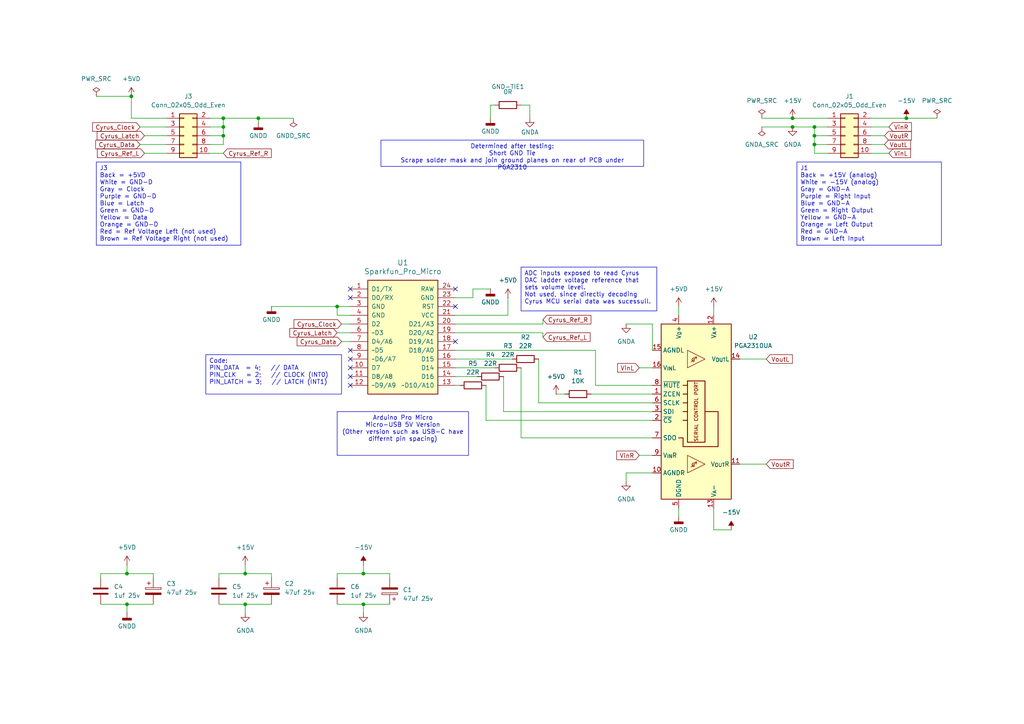
<source format=kicad_sch>
(kicad_sch
	(version 20250114)
	(generator "eeschema")
	(generator_version "9.0")
	(uuid "933fac6a-c20f-4bfe-862f-5f19bd427c94")
	(paper "A4")
	(title_block
		(title "Cyrus Pre Volume Replacment")
		(date "2025-11-12")
		(company "Simon Ashton / (Tenson - DIY Audio)")
	)
	(lib_symbols
		(symbol "Arduino_Modules_3D:Sparkfun_Pro_Micro"
			(pin_names
				(offset 1.016)
			)
			(exclude_from_sim no)
			(in_bom yes)
			(on_board yes)
			(property "Reference" "U"
				(at -8.89 21.59 0)
				(effects
					(font
						(size 1.524 1.524)
					)
				)
			)
			(property "Value" "Sparkfun_Pro_Micro"
				(at 0 19.05 0)
				(effects
					(font
						(size 1.524 1.524)
					)
				)
			)
			(property "Footprint" "Arduino:Sparkfun_Pro_Micro"
				(at 0 -16.51 0)
				(effects
					(font
						(size 1.524 1.524)
					)
					(hide yes)
				)
			)
			(property "Datasheet" "https://www.sparkfun.com/products/12640"
				(at 2.54 -26.67 0)
				(effects
					(font
						(size 1.524 1.524)
					)
					(hide yes)
				)
			)
			(property "Description" "Sparkfun Pro Micro"
				(at 0 0 0)
				(effects
					(font
						(size 1.27 1.27)
					)
					(hide yes)
				)
			)
			(property "ki_keywords" "Arduino Sparkfun pro micro microcontroller module USB"
				(at 0 0 0)
				(effects
					(font
						(size 1.27 1.27)
					)
					(hide yes)
				)
			)
			(symbol "Sparkfun_Pro_Micro_0_1"
				(rectangle
					(start -10.16 17.78)
					(end 10.16 -15.24)
					(stroke
						(width 0.254)
						(type solid)
					)
					(fill
						(type background)
					)
				)
			)
			(symbol "Sparkfun_Pro_Micro_1_1"
				(pin bidirectional line
					(at -15.24 15.24 0)
					(length 5.08)
					(name "D1/TX"
						(effects
							(font
								(size 1.27 1.27)
							)
						)
					)
					(number "1"
						(effects
							(font
								(size 1.27 1.27)
							)
						)
					)
				)
				(pin bidirectional line
					(at -15.24 12.7 0)
					(length 5.08)
					(name "D0/RX"
						(effects
							(font
								(size 1.27 1.27)
							)
						)
					)
					(number "2"
						(effects
							(font
								(size 1.27 1.27)
							)
						)
					)
				)
				(pin power_in line
					(at -15.24 10.16 0)
					(length 5.08)
					(name "GND"
						(effects
							(font
								(size 1.27 1.27)
							)
						)
					)
					(number "3"
						(effects
							(font
								(size 1.27 1.27)
							)
						)
					)
				)
				(pin power_in line
					(at -15.24 7.62 0)
					(length 5.08)
					(name "GND"
						(effects
							(font
								(size 1.27 1.27)
							)
						)
					)
					(number "4"
						(effects
							(font
								(size 1.27 1.27)
							)
						)
					)
				)
				(pin bidirectional line
					(at -15.24 5.08 0)
					(length 5.08)
					(name "D2"
						(effects
							(font
								(size 1.27 1.27)
							)
						)
					)
					(number "5"
						(effects
							(font
								(size 1.27 1.27)
							)
						)
					)
				)
				(pin bidirectional line
					(at -15.24 2.54 0)
					(length 5.08)
					(name "~D3"
						(effects
							(font
								(size 1.27 1.27)
							)
						)
					)
					(number "6"
						(effects
							(font
								(size 1.27 1.27)
							)
						)
					)
				)
				(pin bidirectional line
					(at -15.24 0 0)
					(length 5.08)
					(name "D4/A6"
						(effects
							(font
								(size 1.27 1.27)
							)
						)
					)
					(number "7"
						(effects
							(font
								(size 1.27 1.27)
							)
						)
					)
				)
				(pin bidirectional line
					(at -15.24 -2.54 0)
					(length 5.08)
					(name "~D5"
						(effects
							(font
								(size 1.27 1.27)
							)
						)
					)
					(number "8"
						(effects
							(font
								(size 1.27 1.27)
							)
						)
					)
				)
				(pin bidirectional line
					(at -15.24 -5.08 0)
					(length 5.08)
					(name "~D6/A7"
						(effects
							(font
								(size 1.27 1.27)
							)
						)
					)
					(number "9"
						(effects
							(font
								(size 1.27 1.27)
							)
						)
					)
				)
				(pin bidirectional line
					(at -15.24 -7.62 0)
					(length 5.08)
					(name "D7"
						(effects
							(font
								(size 1.27 1.27)
							)
						)
					)
					(number "10"
						(effects
							(font
								(size 1.27 1.27)
							)
						)
					)
				)
				(pin bidirectional line
					(at -15.24 -10.16 0)
					(length 5.08)
					(name "D8/A8"
						(effects
							(font
								(size 1.27 1.27)
							)
						)
					)
					(number "11"
						(effects
							(font
								(size 1.27 1.27)
							)
						)
					)
				)
				(pin bidirectional line
					(at -15.24 -12.7 0)
					(length 5.08)
					(name "~D9/A9"
						(effects
							(font
								(size 1.27 1.27)
							)
						)
					)
					(number "12"
						(effects
							(font
								(size 1.27 1.27)
							)
						)
					)
				)
				(pin power_in line
					(at 15.24 15.24 180)
					(length 5.08)
					(name "RAW"
						(effects
							(font
								(size 1.27 1.27)
							)
						)
					)
					(number "24"
						(effects
							(font
								(size 1.27 1.27)
							)
						)
					)
				)
				(pin power_in line
					(at 15.24 12.7 180)
					(length 5.08)
					(name "GND"
						(effects
							(font
								(size 1.27 1.27)
							)
						)
					)
					(number "23"
						(effects
							(font
								(size 1.27 1.27)
							)
						)
					)
				)
				(pin input line
					(at 15.24 10.16 180)
					(length 5.08)
					(name "RST"
						(effects
							(font
								(size 1.27 1.27)
							)
						)
					)
					(number "22"
						(effects
							(font
								(size 1.27 1.27)
							)
						)
					)
				)
				(pin power_in line
					(at 15.24 7.62 180)
					(length 5.08)
					(name "VCC"
						(effects
							(font
								(size 1.27 1.27)
							)
						)
					)
					(number "21"
						(effects
							(font
								(size 1.27 1.27)
							)
						)
					)
				)
				(pin bidirectional line
					(at 15.24 5.08 180)
					(length 5.08)
					(name "D21/A3"
						(effects
							(font
								(size 1.27 1.27)
							)
						)
					)
					(number "20"
						(effects
							(font
								(size 1.27 1.27)
							)
						)
					)
				)
				(pin bidirectional line
					(at 15.24 2.54 180)
					(length 5.08)
					(name "D20/A2"
						(effects
							(font
								(size 1.27 1.27)
							)
						)
					)
					(number "19"
						(effects
							(font
								(size 1.27 1.27)
							)
						)
					)
				)
				(pin bidirectional line
					(at 15.24 0 180)
					(length 5.08)
					(name "D19/A1"
						(effects
							(font
								(size 1.27 1.27)
							)
						)
					)
					(number "18"
						(effects
							(font
								(size 1.27 1.27)
							)
						)
					)
				)
				(pin bidirectional line
					(at 15.24 -2.54 180)
					(length 5.08)
					(name "D18/A0"
						(effects
							(font
								(size 1.27 1.27)
							)
						)
					)
					(number "17"
						(effects
							(font
								(size 1.27 1.27)
							)
						)
					)
				)
				(pin bidirectional line
					(at 15.24 -5.08 180)
					(length 5.08)
					(name "D15"
						(effects
							(font
								(size 1.27 1.27)
							)
						)
					)
					(number "16"
						(effects
							(font
								(size 1.27 1.27)
							)
						)
					)
				)
				(pin bidirectional line
					(at 15.24 -7.62 180)
					(length 5.08)
					(name "D14"
						(effects
							(font
								(size 1.27 1.27)
							)
						)
					)
					(number "15"
						(effects
							(font
								(size 1.27 1.27)
							)
						)
					)
				)
				(pin bidirectional line
					(at 15.24 -10.16 180)
					(length 5.08)
					(name "D16"
						(effects
							(font
								(size 1.27 1.27)
							)
						)
					)
					(number "14"
						(effects
							(font
								(size 1.27 1.27)
							)
						)
					)
				)
				(pin bidirectional line
					(at 15.24 -12.7 180)
					(length 5.08)
					(name "~D10/A10"
						(effects
							(font
								(size 1.27 1.27)
							)
						)
					)
					(number "13"
						(effects
							(font
								(size 1.27 1.27)
							)
						)
					)
				)
			)
			(embedded_fonts no)
		)
		(symbol "Audio:PGA2310UA"
			(exclude_from_sim no)
			(in_bom yes)
			(on_board yes)
			(property "Reference" "U"
				(at 12.7 0 0)
				(effects
					(font
						(size 1.27 1.27)
					)
				)
			)
			(property "Value" "PGA2310UA"
				(at 17.78 -2.54 0)
				(effects
					(font
						(size 1.27 1.27)
					)
				)
			)
			(property "Footprint" "Package_SO:SOIC-16W_7.5x10.3mm_P1.27mm"
				(at 0 -38.1 0)
				(effects
					(font
						(size 1.27 1.27)
					)
					(hide yes)
				)
			)
			(property "Datasheet" "https://www.ti.com.cn/cn/lit/gpn/pga2310"
				(at 0 -40.64 0)
				(effects
					(font
						(size 1.27 1.27)
					)
					(hide yes)
				)
			)
			(property "Description" "2-Channel Audio Volume Control, SPI Interface, +31.5dB to -95.5dB, SOL-16"
				(at 0 -35.56 0)
				(effects
					(font
						(size 1.27 1.27)
					)
					(hide yes)
				)
			)
			(property "ki_keywords" "audio volume control 2ch spi"
				(at 0 0 0)
				(effects
					(font
						(size 1.27 1.27)
					)
					(hide yes)
				)
			)
			(property "ki_fp_filters" "SOIC*16W*7.5x10.3mm*P1.27mm*"
				(at 0 0 0)
				(effects
					(font
						(size 1.27 1.27)
					)
					(hide yes)
				)
			)
			(symbol "PGA2310UA_0_0"
				(polyline
					(pts
						(xy -3.81 7.62) (xy -2.54 7.62)
					)
					(stroke
						(width 0.254)
						(type default)
					)
					(fill
						(type none)
					)
				)
				(polyline
					(pts
						(xy -3.81 5.08) (xy -2.54 5.08)
					)
					(stroke
						(width 0.254)
						(type default)
					)
					(fill
						(type none)
					)
				)
				(polyline
					(pts
						(xy -3.81 2.54) (xy -2.54 2.54)
					)
					(stroke
						(width 0.254)
						(type default)
					)
					(fill
						(type none)
					)
				)
				(polyline
					(pts
						(xy -3.81 0) (xy -2.54 0)
					)
					(stroke
						(width 0.254)
						(type default)
					)
					(fill
						(type none)
					)
				)
				(rectangle
					(start -2.54 8.89)
					(end 2.54 -8.89)
					(stroke
						(width 0.254)
						(type default)
					)
					(fill
						(type none)
					)
				)
				(polyline
					(pts
						(xy -2.54 -2.54) (xy -3.81 -2.54)
					)
					(stroke
						(width 0.254)
						(type default)
					)
					(fill
						(type none)
					)
				)
				(polyline
					(pts
						(xy -1.524 14.351) (xy 0.127 15.875) (xy -0.508 15.748)
					)
					(stroke
						(width 0)
						(type default)
					)
					(fill
						(type none)
					)
				)
				(polyline
					(pts
						(xy -1.524 -16.129) (xy 0.127 -14.605) (xy -0.508 -14.732)
					)
					(stroke
						(width 0)
						(type default)
					)
					(fill
						(type none)
					)
				)
				(polyline
					(pts
						(xy 0.127 15.875) (xy 0 15.24)
					)
					(stroke
						(width 0)
						(type default)
					)
					(fill
						(type none)
					)
				)
				(polyline
					(pts
						(xy 0.127 -14.605) (xy 0 -15.24)
					)
					(stroke
						(width 0)
						(type default)
					)
					(fill
						(type none)
					)
				)
				(polyline
					(pts
						(xy 2.54 0) (xy 3.81 0)
					)
					(stroke
						(width 0.254)
						(type default)
					)
					(fill
						(type none)
					)
				)
				(text "G"
					(at -0.889 14.986 0)
					(effects
						(font
							(size 1.016 1.016)
						)
					)
				)
				(text "G"
					(at -0.889 -15.494 0)
					(effects
						(font
							(size 1.016 1.016)
						)
					)
				)
				(text "SERIAL CONTROL PORT"
					(at 0 0 900)
					(effects
						(font
							(size 1.016 1.016)
						)
					)
				)
				(pin input line
					(at -12.7 7.62 0)
					(length 2.54)
					(name "~{MUTE}"
						(effects
							(font
								(size 1.27 1.27)
							)
						)
					)
					(number "8"
						(effects
							(font
								(size 1.27 1.27)
							)
						)
					)
				)
			)
			(symbol "PGA2310UA_0_1"
				(rectangle
					(start -10.16 25.4)
					(end 10.16 -25.4)
					(stroke
						(width 0.254)
						(type default)
					)
					(fill
						(type background)
					)
				)
				(polyline
					(pts
						(xy -2.54 17.78) (xy 2.54 15.24) (xy -2.54 12.7) (xy -2.54 17.78)
					)
					(stroke
						(width 0)
						(type default)
					)
					(fill
						(type none)
					)
				)
				(polyline
					(pts
						(xy -2.54 -12.7) (xy 2.54 -15.24) (xy -2.54 -17.78) (xy -2.54 -12.7)
					)
					(stroke
						(width 0)
						(type default)
					)
					(fill
						(type none)
					)
				)
				(polyline
					(pts
						(xy 3.81 0) (xy 6.35 0) (xy 6.35 -10.16) (xy -3.81 -10.16) (xy -3.81 -7.62) (xy -5.08 -7.62)
					)
					(stroke
						(width 0.254)
						(type default)
					)
					(fill
						(type none)
					)
				)
			)
			(symbol "PGA2310UA_1_1"
				(pin power_in line
					(at -12.7 17.78 0)
					(length 2.54)
					(name "AGNDL"
						(effects
							(font
								(size 1.27 1.27)
							)
						)
					)
					(number "15"
						(effects
							(font
								(size 1.27 1.27)
							)
						)
					)
				)
				(pin input line
					(at -12.7 12.7 0)
					(length 2.54)
					(name "V_{IN}L"
						(effects
							(font
								(size 1.27 1.27)
							)
						)
					)
					(number "16"
						(effects
							(font
								(size 1.27 1.27)
							)
						)
					)
				)
				(pin input line
					(at -12.7 5.08 0)
					(length 2.54)
					(name "ZCEN"
						(effects
							(font
								(size 1.27 1.27)
							)
						)
					)
					(number "1"
						(effects
							(font
								(size 1.27 1.27)
							)
						)
					)
				)
				(pin input line
					(at -12.7 2.54 0)
					(length 2.54)
					(name "SCLK"
						(effects
							(font
								(size 1.27 1.27)
							)
						)
					)
					(number "6"
						(effects
							(font
								(size 1.27 1.27)
							)
						)
					)
				)
				(pin input line
					(at -12.7 0 0)
					(length 2.54)
					(name "SDI"
						(effects
							(font
								(size 1.27 1.27)
							)
						)
					)
					(number "3"
						(effects
							(font
								(size 1.27 1.27)
							)
						)
					)
				)
				(pin input line
					(at -12.7 -2.54 0)
					(length 2.54)
					(name "~{CS}"
						(effects
							(font
								(size 1.27 1.27)
							)
						)
					)
					(number "2"
						(effects
							(font
								(size 1.27 1.27)
							)
						)
					)
				)
				(pin output line
					(at -12.7 -7.62 0)
					(length 2.54)
					(name "SDO"
						(effects
							(font
								(size 1.27 1.27)
							)
						)
					)
					(number "7"
						(effects
							(font
								(size 1.27 1.27)
							)
						)
					)
				)
				(pin input line
					(at -12.7 -12.7 0)
					(length 2.54)
					(name "V_{IN}R"
						(effects
							(font
								(size 1.27 1.27)
							)
						)
					)
					(number "9"
						(effects
							(font
								(size 1.27 1.27)
							)
						)
					)
				)
				(pin power_in line
					(at -12.7 -17.78 0)
					(length 2.54)
					(name "AGNDR"
						(effects
							(font
								(size 1.27 1.27)
							)
						)
					)
					(number "10"
						(effects
							(font
								(size 1.27 1.27)
							)
						)
					)
				)
				(pin power_in line
					(at -5.08 27.94 270)
					(length 2.54)
					(name "V_{D}+"
						(effects
							(font
								(size 1.27 1.27)
							)
						)
					)
					(number "4"
						(effects
							(font
								(size 1.27 1.27)
							)
						)
					)
				)
				(pin power_in line
					(at -5.08 -27.94 90)
					(length 2.54)
					(name "DGND"
						(effects
							(font
								(size 1.27 1.27)
							)
						)
					)
					(number "5"
						(effects
							(font
								(size 1.27 1.27)
							)
						)
					)
				)
				(pin power_in line
					(at 5.08 27.94 270)
					(length 2.54)
					(name "V_{A}+"
						(effects
							(font
								(size 1.27 1.27)
							)
						)
					)
					(number "12"
						(effects
							(font
								(size 1.27 1.27)
							)
						)
					)
				)
				(pin power_in line
					(at 5.08 -27.94 90)
					(length 2.54)
					(name "V_{A}-"
						(effects
							(font
								(size 1.27 1.27)
							)
						)
					)
					(number "13"
						(effects
							(font
								(size 1.27 1.27)
							)
						)
					)
				)
				(pin output line
					(at 12.7 15.24 180)
					(length 2.54)
					(name "V_{OUT}L"
						(effects
							(font
								(size 1.27 1.27)
							)
						)
					)
					(number "14"
						(effects
							(font
								(size 1.27 1.27)
							)
						)
					)
				)
				(pin output line
					(at 12.7 -15.24 180)
					(length 2.54)
					(name "V_{OUT}R"
						(effects
							(font
								(size 1.27 1.27)
							)
						)
					)
					(number "11"
						(effects
							(font
								(size 1.27 1.27)
							)
						)
					)
				)
			)
			(embedded_fonts no)
		)
		(symbol "Connector_Generic:Conn_02x05_Odd_Even"
			(pin_names
				(offset 1.016)
				(hide yes)
			)
			(exclude_from_sim no)
			(in_bom yes)
			(on_board yes)
			(property "Reference" "J"
				(at 1.27 7.62 0)
				(effects
					(font
						(size 1.27 1.27)
					)
				)
			)
			(property "Value" "Conn_02x05_Odd_Even"
				(at 1.27 -7.62 0)
				(effects
					(font
						(size 1.27 1.27)
					)
				)
			)
			(property "Footprint" ""
				(at 0 0 0)
				(effects
					(font
						(size 1.27 1.27)
					)
					(hide yes)
				)
			)
			(property "Datasheet" "~"
				(at 0 0 0)
				(effects
					(font
						(size 1.27 1.27)
					)
					(hide yes)
				)
			)
			(property "Description" "Generic connector, double row, 02x05, odd/even pin numbering scheme (row 1 odd numbers, row 2 even numbers), script generated (kicad-library-utils/schlib/autogen/connector/)"
				(at 0 0 0)
				(effects
					(font
						(size 1.27 1.27)
					)
					(hide yes)
				)
			)
			(property "ki_keywords" "connector"
				(at 0 0 0)
				(effects
					(font
						(size 1.27 1.27)
					)
					(hide yes)
				)
			)
			(property "ki_fp_filters" "Connector*:*_2x??_*"
				(at 0 0 0)
				(effects
					(font
						(size 1.27 1.27)
					)
					(hide yes)
				)
			)
			(symbol "Conn_02x05_Odd_Even_1_1"
				(rectangle
					(start -1.27 6.35)
					(end 3.81 -6.35)
					(stroke
						(width 0.254)
						(type default)
					)
					(fill
						(type background)
					)
				)
				(rectangle
					(start -1.27 5.207)
					(end 0 4.953)
					(stroke
						(width 0.1524)
						(type default)
					)
					(fill
						(type none)
					)
				)
				(rectangle
					(start -1.27 2.667)
					(end 0 2.413)
					(stroke
						(width 0.1524)
						(type default)
					)
					(fill
						(type none)
					)
				)
				(rectangle
					(start -1.27 0.127)
					(end 0 -0.127)
					(stroke
						(width 0.1524)
						(type default)
					)
					(fill
						(type none)
					)
				)
				(rectangle
					(start -1.27 -2.413)
					(end 0 -2.667)
					(stroke
						(width 0.1524)
						(type default)
					)
					(fill
						(type none)
					)
				)
				(rectangle
					(start -1.27 -4.953)
					(end 0 -5.207)
					(stroke
						(width 0.1524)
						(type default)
					)
					(fill
						(type none)
					)
				)
				(rectangle
					(start 3.81 5.207)
					(end 2.54 4.953)
					(stroke
						(width 0.1524)
						(type default)
					)
					(fill
						(type none)
					)
				)
				(rectangle
					(start 3.81 2.667)
					(end 2.54 2.413)
					(stroke
						(width 0.1524)
						(type default)
					)
					(fill
						(type none)
					)
				)
				(rectangle
					(start 3.81 0.127)
					(end 2.54 -0.127)
					(stroke
						(width 0.1524)
						(type default)
					)
					(fill
						(type none)
					)
				)
				(rectangle
					(start 3.81 -2.413)
					(end 2.54 -2.667)
					(stroke
						(width 0.1524)
						(type default)
					)
					(fill
						(type none)
					)
				)
				(rectangle
					(start 3.81 -4.953)
					(end 2.54 -5.207)
					(stroke
						(width 0.1524)
						(type default)
					)
					(fill
						(type none)
					)
				)
				(pin passive line
					(at -5.08 5.08 0)
					(length 3.81)
					(name "Pin_1"
						(effects
							(font
								(size 1.27 1.27)
							)
						)
					)
					(number "1"
						(effects
							(font
								(size 1.27 1.27)
							)
						)
					)
				)
				(pin passive line
					(at -5.08 2.54 0)
					(length 3.81)
					(name "Pin_3"
						(effects
							(font
								(size 1.27 1.27)
							)
						)
					)
					(number "3"
						(effects
							(font
								(size 1.27 1.27)
							)
						)
					)
				)
				(pin passive line
					(at -5.08 0 0)
					(length 3.81)
					(name "Pin_5"
						(effects
							(font
								(size 1.27 1.27)
							)
						)
					)
					(number "5"
						(effects
							(font
								(size 1.27 1.27)
							)
						)
					)
				)
				(pin passive line
					(at -5.08 -2.54 0)
					(length 3.81)
					(name "Pin_7"
						(effects
							(font
								(size 1.27 1.27)
							)
						)
					)
					(number "7"
						(effects
							(font
								(size 1.27 1.27)
							)
						)
					)
				)
				(pin passive line
					(at -5.08 -5.08 0)
					(length 3.81)
					(name "Pin_9"
						(effects
							(font
								(size 1.27 1.27)
							)
						)
					)
					(number "9"
						(effects
							(font
								(size 1.27 1.27)
							)
						)
					)
				)
				(pin passive line
					(at 7.62 5.08 180)
					(length 3.81)
					(name "Pin_2"
						(effects
							(font
								(size 1.27 1.27)
							)
						)
					)
					(number "2"
						(effects
							(font
								(size 1.27 1.27)
							)
						)
					)
				)
				(pin passive line
					(at 7.62 2.54 180)
					(length 3.81)
					(name "Pin_4"
						(effects
							(font
								(size 1.27 1.27)
							)
						)
					)
					(number "4"
						(effects
							(font
								(size 1.27 1.27)
							)
						)
					)
				)
				(pin passive line
					(at 7.62 0 180)
					(length 3.81)
					(name "Pin_6"
						(effects
							(font
								(size 1.27 1.27)
							)
						)
					)
					(number "6"
						(effects
							(font
								(size 1.27 1.27)
							)
						)
					)
				)
				(pin passive line
					(at 7.62 -2.54 180)
					(length 3.81)
					(name "Pin_8"
						(effects
							(font
								(size 1.27 1.27)
							)
						)
					)
					(number "8"
						(effects
							(font
								(size 1.27 1.27)
							)
						)
					)
				)
				(pin passive line
					(at 7.62 -5.08 180)
					(length 3.81)
					(name "Pin_10"
						(effects
							(font
								(size 1.27 1.27)
							)
						)
					)
					(number "10"
						(effects
							(font
								(size 1.27 1.27)
							)
						)
					)
				)
			)
			(embedded_fonts no)
		)
		(symbol "Device:C"
			(pin_numbers
				(hide yes)
			)
			(pin_names
				(offset 0.254)
			)
			(exclude_from_sim no)
			(in_bom yes)
			(on_board yes)
			(property "Reference" "C"
				(at 0.635 2.54 0)
				(effects
					(font
						(size 1.27 1.27)
					)
					(justify left)
				)
			)
			(property "Value" "C"
				(at 0.635 -2.54 0)
				(effects
					(font
						(size 1.27 1.27)
					)
					(justify left)
				)
			)
			(property "Footprint" ""
				(at 0.9652 -3.81 0)
				(effects
					(font
						(size 1.27 1.27)
					)
					(hide yes)
				)
			)
			(property "Datasheet" "~"
				(at 0 0 0)
				(effects
					(font
						(size 1.27 1.27)
					)
					(hide yes)
				)
			)
			(property "Description" "Unpolarized capacitor"
				(at 0 0 0)
				(effects
					(font
						(size 1.27 1.27)
					)
					(hide yes)
				)
			)
			(property "ki_keywords" "cap capacitor"
				(at 0 0 0)
				(effects
					(font
						(size 1.27 1.27)
					)
					(hide yes)
				)
			)
			(property "ki_fp_filters" "C_*"
				(at 0 0 0)
				(effects
					(font
						(size 1.27 1.27)
					)
					(hide yes)
				)
			)
			(symbol "C_0_1"
				(polyline
					(pts
						(xy -2.032 0.762) (xy 2.032 0.762)
					)
					(stroke
						(width 0.508)
						(type default)
					)
					(fill
						(type none)
					)
				)
				(polyline
					(pts
						(xy -2.032 -0.762) (xy 2.032 -0.762)
					)
					(stroke
						(width 0.508)
						(type default)
					)
					(fill
						(type none)
					)
				)
			)
			(symbol "C_1_1"
				(pin passive line
					(at 0 3.81 270)
					(length 2.794)
					(name "~"
						(effects
							(font
								(size 1.27 1.27)
							)
						)
					)
					(number "1"
						(effects
							(font
								(size 1.27 1.27)
							)
						)
					)
				)
				(pin passive line
					(at 0 -3.81 90)
					(length 2.794)
					(name "~"
						(effects
							(font
								(size 1.27 1.27)
							)
						)
					)
					(number "2"
						(effects
							(font
								(size 1.27 1.27)
							)
						)
					)
				)
			)
			(embedded_fonts no)
		)
		(symbol "Device:C_Polarized"
			(pin_numbers
				(hide yes)
			)
			(pin_names
				(offset 0.254)
			)
			(exclude_from_sim no)
			(in_bom yes)
			(on_board yes)
			(property "Reference" "C"
				(at 0.635 2.54 0)
				(effects
					(font
						(size 1.27 1.27)
					)
					(justify left)
				)
			)
			(property "Value" "C_Polarized"
				(at 0.635 -2.54 0)
				(effects
					(font
						(size 1.27 1.27)
					)
					(justify left)
				)
			)
			(property "Footprint" ""
				(at 0.9652 -3.81 0)
				(effects
					(font
						(size 1.27 1.27)
					)
					(hide yes)
				)
			)
			(property "Datasheet" "~"
				(at 0 0 0)
				(effects
					(font
						(size 1.27 1.27)
					)
					(hide yes)
				)
			)
			(property "Description" "Polarized capacitor"
				(at 0 0 0)
				(effects
					(font
						(size 1.27 1.27)
					)
					(hide yes)
				)
			)
			(property "ki_keywords" "cap capacitor"
				(at 0 0 0)
				(effects
					(font
						(size 1.27 1.27)
					)
					(hide yes)
				)
			)
			(property "ki_fp_filters" "CP_*"
				(at 0 0 0)
				(effects
					(font
						(size 1.27 1.27)
					)
					(hide yes)
				)
			)
			(symbol "C_Polarized_0_1"
				(rectangle
					(start -2.286 0.508)
					(end 2.286 1.016)
					(stroke
						(width 0)
						(type default)
					)
					(fill
						(type none)
					)
				)
				(polyline
					(pts
						(xy -1.778 2.286) (xy -0.762 2.286)
					)
					(stroke
						(width 0)
						(type default)
					)
					(fill
						(type none)
					)
				)
				(polyline
					(pts
						(xy -1.27 2.794) (xy -1.27 1.778)
					)
					(stroke
						(width 0)
						(type default)
					)
					(fill
						(type none)
					)
				)
				(rectangle
					(start 2.286 -0.508)
					(end -2.286 -1.016)
					(stroke
						(width 0)
						(type default)
					)
					(fill
						(type outline)
					)
				)
			)
			(symbol "C_Polarized_1_1"
				(pin passive line
					(at 0 3.81 270)
					(length 2.794)
					(name "~"
						(effects
							(font
								(size 1.27 1.27)
							)
						)
					)
					(number "1"
						(effects
							(font
								(size 1.27 1.27)
							)
						)
					)
				)
				(pin passive line
					(at 0 -3.81 90)
					(length 2.794)
					(name "~"
						(effects
							(font
								(size 1.27 1.27)
							)
						)
					)
					(number "2"
						(effects
							(font
								(size 1.27 1.27)
							)
						)
					)
				)
			)
			(embedded_fonts no)
		)
		(symbol "Device:R"
			(pin_numbers
				(hide yes)
			)
			(pin_names
				(offset 0)
			)
			(exclude_from_sim no)
			(in_bom yes)
			(on_board yes)
			(property "Reference" "R"
				(at 2.032 0 90)
				(effects
					(font
						(size 1.27 1.27)
					)
				)
			)
			(property "Value" "R"
				(at 0 0 90)
				(effects
					(font
						(size 1.27 1.27)
					)
				)
			)
			(property "Footprint" ""
				(at -1.778 0 90)
				(effects
					(font
						(size 1.27 1.27)
					)
					(hide yes)
				)
			)
			(property "Datasheet" "~"
				(at 0 0 0)
				(effects
					(font
						(size 1.27 1.27)
					)
					(hide yes)
				)
			)
			(property "Description" "Resistor"
				(at 0 0 0)
				(effects
					(font
						(size 1.27 1.27)
					)
					(hide yes)
				)
			)
			(property "ki_keywords" "R res resistor"
				(at 0 0 0)
				(effects
					(font
						(size 1.27 1.27)
					)
					(hide yes)
				)
			)
			(property "ki_fp_filters" "R_*"
				(at 0 0 0)
				(effects
					(font
						(size 1.27 1.27)
					)
					(hide yes)
				)
			)
			(symbol "R_0_1"
				(rectangle
					(start -1.016 -2.54)
					(end 1.016 2.54)
					(stroke
						(width 0.254)
						(type default)
					)
					(fill
						(type none)
					)
				)
			)
			(symbol "R_1_1"
				(pin passive line
					(at 0 3.81 270)
					(length 1.27)
					(name "~"
						(effects
							(font
								(size 1.27 1.27)
							)
						)
					)
					(number "1"
						(effects
							(font
								(size 1.27 1.27)
							)
						)
					)
				)
				(pin passive line
					(at 0 -3.81 90)
					(length 1.27)
					(name "~"
						(effects
							(font
								(size 1.27 1.27)
							)
						)
					)
					(number "2"
						(effects
							(font
								(size 1.27 1.27)
							)
						)
					)
				)
			)
			(embedded_fonts no)
		)
		(symbol "power:+15V"
			(power)
			(pin_numbers
				(hide yes)
			)
			(pin_names
				(offset 0)
				(hide yes)
			)
			(exclude_from_sim no)
			(in_bom yes)
			(on_board yes)
			(property "Reference" "#PWR"
				(at 0 -3.81 0)
				(effects
					(font
						(size 1.27 1.27)
					)
					(hide yes)
				)
			)
			(property "Value" "+15V"
				(at 0 3.556 0)
				(effects
					(font
						(size 1.27 1.27)
					)
				)
			)
			(property "Footprint" ""
				(at 0 0 0)
				(effects
					(font
						(size 1.27 1.27)
					)
					(hide yes)
				)
			)
			(property "Datasheet" ""
				(at 0 0 0)
				(effects
					(font
						(size 1.27 1.27)
					)
					(hide yes)
				)
			)
			(property "Description" "Power symbol creates a global label with name \"+15V\""
				(at 0 0 0)
				(effects
					(font
						(size 1.27 1.27)
					)
					(hide yes)
				)
			)
			(property "ki_keywords" "global power"
				(at 0 0 0)
				(effects
					(font
						(size 1.27 1.27)
					)
					(hide yes)
				)
			)
			(symbol "+15V_0_1"
				(polyline
					(pts
						(xy -0.762 1.27) (xy 0 2.54)
					)
					(stroke
						(width 0)
						(type default)
					)
					(fill
						(type none)
					)
				)
				(polyline
					(pts
						(xy 0 2.54) (xy 0.762 1.27)
					)
					(stroke
						(width 0)
						(type default)
					)
					(fill
						(type none)
					)
				)
				(polyline
					(pts
						(xy 0 0) (xy 0 2.54)
					)
					(stroke
						(width 0)
						(type default)
					)
					(fill
						(type none)
					)
				)
			)
			(symbol "+15V_1_1"
				(pin power_in line
					(at 0 0 90)
					(length 0)
					(name "~"
						(effects
							(font
								(size 1.27 1.27)
							)
						)
					)
					(number "1"
						(effects
							(font
								(size 1.27 1.27)
							)
						)
					)
				)
			)
			(embedded_fonts no)
		)
		(symbol "power:+5VD"
			(power)
			(pin_numbers
				(hide yes)
			)
			(pin_names
				(offset 0)
				(hide yes)
			)
			(exclude_from_sim no)
			(in_bom yes)
			(on_board yes)
			(property "Reference" "#PWR"
				(at 0 -3.81 0)
				(effects
					(font
						(size 1.27 1.27)
					)
					(hide yes)
				)
			)
			(property "Value" "+5VD"
				(at 0 3.556 0)
				(effects
					(font
						(size 1.27 1.27)
					)
				)
			)
			(property "Footprint" ""
				(at 0 0 0)
				(effects
					(font
						(size 1.27 1.27)
					)
					(hide yes)
				)
			)
			(property "Datasheet" ""
				(at 0 0 0)
				(effects
					(font
						(size 1.27 1.27)
					)
					(hide yes)
				)
			)
			(property "Description" "Power symbol creates a global label with name \"+5VD\""
				(at 0 0 0)
				(effects
					(font
						(size 1.27 1.27)
					)
					(hide yes)
				)
			)
			(property "ki_keywords" "global power"
				(at 0 0 0)
				(effects
					(font
						(size 1.27 1.27)
					)
					(hide yes)
				)
			)
			(symbol "+5VD_0_1"
				(polyline
					(pts
						(xy -0.762 1.27) (xy 0 2.54)
					)
					(stroke
						(width 0)
						(type default)
					)
					(fill
						(type none)
					)
				)
				(polyline
					(pts
						(xy 0 2.54) (xy 0.762 1.27)
					)
					(stroke
						(width 0)
						(type default)
					)
					(fill
						(type none)
					)
				)
				(polyline
					(pts
						(xy 0 0) (xy 0 2.54)
					)
					(stroke
						(width 0)
						(type default)
					)
					(fill
						(type none)
					)
				)
			)
			(symbol "+5VD_1_1"
				(pin power_in line
					(at 0 0 90)
					(length 0)
					(name "~"
						(effects
							(font
								(size 1.27 1.27)
							)
						)
					)
					(number "1"
						(effects
							(font
								(size 1.27 1.27)
							)
						)
					)
				)
			)
			(embedded_fonts no)
		)
		(symbol "power:-15V"
			(power)
			(pin_numbers
				(hide yes)
			)
			(pin_names
				(offset 0)
				(hide yes)
			)
			(exclude_from_sim no)
			(in_bom yes)
			(on_board yes)
			(property "Reference" "#PWR"
				(at 0 -3.81 0)
				(effects
					(font
						(size 1.27 1.27)
					)
					(hide yes)
				)
			)
			(property "Value" "-15V"
				(at 0 3.556 0)
				(effects
					(font
						(size 1.27 1.27)
					)
				)
			)
			(property "Footprint" ""
				(at 0 0 0)
				(effects
					(font
						(size 1.27 1.27)
					)
					(hide yes)
				)
			)
			(property "Datasheet" ""
				(at 0 0 0)
				(effects
					(font
						(size 1.27 1.27)
					)
					(hide yes)
				)
			)
			(property "Description" "Power symbol creates a global label with name \"-15V\""
				(at 0 0 0)
				(effects
					(font
						(size 1.27 1.27)
					)
					(hide yes)
				)
			)
			(property "ki_keywords" "global power"
				(at 0 0 0)
				(effects
					(font
						(size 1.27 1.27)
					)
					(hide yes)
				)
			)
			(symbol "-15V_0_0"
				(pin power_in line
					(at 0 0 90)
					(length 0)
					(name "~"
						(effects
							(font
								(size 1.27 1.27)
							)
						)
					)
					(number "1"
						(effects
							(font
								(size 1.27 1.27)
							)
						)
					)
				)
			)
			(symbol "-15V_0_1"
				(polyline
					(pts
						(xy 0 0) (xy 0 1.27) (xy 0.762 1.27) (xy 0 2.54) (xy -0.762 1.27) (xy 0 1.27)
					)
					(stroke
						(width 0)
						(type default)
					)
					(fill
						(type outline)
					)
				)
			)
			(embedded_fonts no)
		)
		(symbol "power:GNDA"
			(power)
			(pin_numbers
				(hide yes)
			)
			(pin_names
				(offset 0)
				(hide yes)
			)
			(exclude_from_sim no)
			(in_bom yes)
			(on_board yes)
			(property "Reference" "#PWR"
				(at 0 -6.35 0)
				(effects
					(font
						(size 1.27 1.27)
					)
					(hide yes)
				)
			)
			(property "Value" "GNDA"
				(at 0 -3.81 0)
				(effects
					(font
						(size 1.27 1.27)
					)
				)
			)
			(property "Footprint" ""
				(at 0 0 0)
				(effects
					(font
						(size 1.27 1.27)
					)
					(hide yes)
				)
			)
			(property "Datasheet" ""
				(at 0 0 0)
				(effects
					(font
						(size 1.27 1.27)
					)
					(hide yes)
				)
			)
			(property "Description" "Power symbol creates a global label with name \"GNDA\" , analog ground"
				(at 0 0 0)
				(effects
					(font
						(size 1.27 1.27)
					)
					(hide yes)
				)
			)
			(property "ki_keywords" "global power"
				(at 0 0 0)
				(effects
					(font
						(size 1.27 1.27)
					)
					(hide yes)
				)
			)
			(symbol "GNDA_0_1"
				(polyline
					(pts
						(xy 0 0) (xy 0 -1.27) (xy 1.27 -1.27) (xy 0 -2.54) (xy -1.27 -1.27) (xy 0 -1.27)
					)
					(stroke
						(width 0)
						(type default)
					)
					(fill
						(type none)
					)
				)
			)
			(symbol "GNDA_1_1"
				(pin power_in line
					(at 0 0 270)
					(length 0)
					(name "~"
						(effects
							(font
								(size 1.27 1.27)
							)
						)
					)
					(number "1"
						(effects
							(font
								(size 1.27 1.27)
							)
						)
					)
				)
			)
			(embedded_fonts no)
		)
		(symbol "power:GNDD"
			(power)
			(pin_numbers
				(hide yes)
			)
			(pin_names
				(offset 0)
				(hide yes)
			)
			(exclude_from_sim no)
			(in_bom yes)
			(on_board yes)
			(property "Reference" "#PWR"
				(at 0 -6.35 0)
				(effects
					(font
						(size 1.27 1.27)
					)
					(hide yes)
				)
			)
			(property "Value" "GNDD"
				(at 0 -3.175 0)
				(effects
					(font
						(size 1.27 1.27)
					)
				)
			)
			(property "Footprint" ""
				(at 0 0 0)
				(effects
					(font
						(size 1.27 1.27)
					)
					(hide yes)
				)
			)
			(property "Datasheet" ""
				(at 0 0 0)
				(effects
					(font
						(size 1.27 1.27)
					)
					(hide yes)
				)
			)
			(property "Description" "Power symbol creates a global label with name \"GNDD\" , digital ground"
				(at 0 0 0)
				(effects
					(font
						(size 1.27 1.27)
					)
					(hide yes)
				)
			)
			(property "ki_keywords" "global power"
				(at 0 0 0)
				(effects
					(font
						(size 1.27 1.27)
					)
					(hide yes)
				)
			)
			(symbol "GNDD_0_1"
				(rectangle
					(start -1.27 -1.524)
					(end 1.27 -2.032)
					(stroke
						(width 0.254)
						(type default)
					)
					(fill
						(type outline)
					)
				)
				(polyline
					(pts
						(xy 0 0) (xy 0 -1.524)
					)
					(stroke
						(width 0)
						(type default)
					)
					(fill
						(type none)
					)
				)
			)
			(symbol "GNDD_1_1"
				(pin power_in line
					(at 0 0 270)
					(length 0)
					(name "~"
						(effects
							(font
								(size 1.27 1.27)
							)
						)
					)
					(number "1"
						(effects
							(font
								(size 1.27 1.27)
							)
						)
					)
				)
			)
			(embedded_fonts no)
		)
		(symbol "power:PWR_FLAG"
			(power)
			(pin_numbers
				(hide yes)
			)
			(pin_names
				(offset 0)
				(hide yes)
			)
			(exclude_from_sim no)
			(in_bom yes)
			(on_board yes)
			(property "Reference" "#FLG"
				(at 0 1.905 0)
				(effects
					(font
						(size 1.27 1.27)
					)
					(hide yes)
				)
			)
			(property "Value" "PWR_FLAG"
				(at 0 3.81 0)
				(effects
					(font
						(size 1.27 1.27)
					)
				)
			)
			(property "Footprint" ""
				(at 0 0 0)
				(effects
					(font
						(size 1.27 1.27)
					)
					(hide yes)
				)
			)
			(property "Datasheet" "~"
				(at 0 0 0)
				(effects
					(font
						(size 1.27 1.27)
					)
					(hide yes)
				)
			)
			(property "Description" "Special symbol for telling ERC where power comes from"
				(at 0 0 0)
				(effects
					(font
						(size 1.27 1.27)
					)
					(hide yes)
				)
			)
			(property "ki_keywords" "flag power"
				(at 0 0 0)
				(effects
					(font
						(size 1.27 1.27)
					)
					(hide yes)
				)
			)
			(symbol "PWR_FLAG_0_0"
				(pin power_out line
					(at 0 0 90)
					(length 0)
					(name "~"
						(effects
							(font
								(size 1.27 1.27)
							)
						)
					)
					(number "1"
						(effects
							(font
								(size 1.27 1.27)
							)
						)
					)
				)
			)
			(symbol "PWR_FLAG_0_1"
				(polyline
					(pts
						(xy 0 0) (xy 0 1.27) (xy -1.016 1.905) (xy 0 2.54) (xy 1.016 1.905) (xy 0 1.27)
					)
					(stroke
						(width 0)
						(type default)
					)
					(fill
						(type none)
					)
				)
			)
			(embedded_fonts no)
		)
	)
	(text_box "ADC inputs exposed to read Cyrus DAC ladder voltage reference that sets volume level.\nNot used, since directly decoding Cyrus MCU serial data was sucessull."
		(exclude_from_sim no)
		(at 151.13 77.47 0)
		(size 39.37 12.7)
		(margins 0.9525 0.9525 0.9525 0.9525)
		(stroke
			(width 0)
			(type solid)
		)
		(fill
			(type none)
		)
		(effects
			(font
				(size 1.27 1.27)
			)
			(justify left top)
		)
		(uuid "366d41cd-2d49-4c87-a446-8b3478efccdf")
	)
	(text_box "J1\nBack = +15V (analog)\nWhite = -15V (analog)\nGray = GND-A\nPurple = Right Input\nBlue = GND-A\nGreen = Right Output\nYellow = GND-A\nOrange = Left Output\nRed = GND-A\nBrown = Left Input"
		(exclude_from_sim no)
		(at 231.14 46.99 0)
		(size 41.91 24.13)
		(margins 0.9525 0.9525 0.9525 0.9525)
		(stroke
			(width 0)
			(type solid)
		)
		(fill
			(type none)
		)
		(effects
			(font
				(size 1.27 1.27)
			)
			(justify left top)
		)
		(uuid "8bccb250-46d5-47bf-9e7f-893943f1428a")
	)
	(text_box "J3\nBack = +5VD\nWhite = GND-D\nGray = Clock\nPurple = GND-D\nBlue = Latch\nGreen = GND-D\nYellow = Data\nOrange = GND-D\nRed = Ref Voltage Left (not used)\nBrown = Ref Voltage Right (not used)"
		(exclude_from_sim no)
		(at 27.94 46.99 0)
		(size 41.91 24.13)
		(margins 0.9525 0.9525 0.9525 0.9525)
		(stroke
			(width 0)
			(type solid)
		)
		(fill
			(type none)
		)
		(effects
			(font
				(size 1.27 1.27)
			)
			(justify left top)
		)
		(uuid "ceac844c-462c-4caa-b690-17863c1b3a68")
	)
	(text_box "Arduino Pro Micro\nMicro-USB 5V Version\n(Other version such as USB-C have differnt pin spacing)"
		(exclude_from_sim no)
		(at 97.79 119.38 0)
		(size 38.1 12.7)
		(margins 0.9525 0.9525 0.9525 0.9525)
		(stroke
			(width 0)
			(type solid)
		)
		(fill
			(type none)
		)
		(effects
			(font
				(size 1.27 1.27)
			)
			(justify top)
		)
		(uuid "d3f256a7-e7b8-4b2e-8fd8-b14482c286b1")
	)
	(text_box "Determined after testing:\nShort GND Tie\nScrape solder mask and join ground planes on rear of PCB under PGA2310\n"
		(exclude_from_sim no)
		(at 110.49 40.64 0)
		(size 76.2 7.62)
		(margins 0.9525 0.9525 0.9525 0.9525)
		(stroke
			(width 0)
			(type solid)
		)
		(fill
			(type none)
		)
		(effects
			(font
				(size 1.27 1.27)
			)
			(justify top)
		)
		(uuid "fb65ea6d-7f57-4dd7-9a47-63fa08979f18")
	)
	(text_box "Code:\nPIN_DATA  = 4;   // DATA\nPIN_CLK   = 2;   // CLOCK (INT0)\nPIN_LATCH = 3;   // LATCH (INT1)"
		(exclude_from_sim no)
		(at 59.69 102.87 0)
		(size 39.37 11.43)
		(margins 0.9525 0.9525 0.9525 0.9525)
		(stroke
			(width 0)
			(type solid)
		)
		(fill
			(type none)
		)
		(effects
			(font
				(size 1.27 1.27)
			)
			(justify left top)
		)
		(uuid "fd6ede18-07b2-453e-83c8-a49768bb6cd6")
	)
	(junction
		(at 36.83 166.37)
		(diameter 0)
		(color 0 0 0 0)
		(uuid "077b5b75-2059-41d4-b337-875eaef9be45")
	)
	(junction
		(at 36.83 175.26)
		(diameter 0)
		(color 0 0 0 0)
		(uuid "0e37336e-b8cd-40fe-9e20-b709ac12ec99")
	)
	(junction
		(at 229.87 34.29)
		(diameter 0)
		(color 0 0 0 0)
		(uuid "42e4f3f2-155b-40bb-8d57-d994ab19ba00")
	)
	(junction
		(at 236.22 36.83)
		(diameter 0)
		(color 0 0 0 0)
		(uuid "547f7e7e-01f2-4dd9-8193-b7e374211d1e")
	)
	(junction
		(at 97.79 88.9)
		(diameter 0)
		(color 0 0 0 0)
		(uuid "55526b6b-16a4-403a-827a-6b33732ff56d")
	)
	(junction
		(at 262.89 34.29)
		(diameter 0)
		(color 0 0 0 0)
		(uuid "59dd6239-97ba-48bb-b86c-c5d6491578a5")
	)
	(junction
		(at 74.93 34.29)
		(diameter 0)
		(color 0 0 0 0)
		(uuid "901eaa5a-2215-412e-86b5-1c70fc080147")
	)
	(junction
		(at 38.1 27.94)
		(diameter 0)
		(color 0 0 0 0)
		(uuid "942d09ea-0ac4-4558-952a-64e23176524f")
	)
	(junction
		(at 64.77 39.37)
		(diameter 0)
		(color 0 0 0 0)
		(uuid "979243da-faa5-4a0b-b5fd-9f729e531cd1")
	)
	(junction
		(at 64.77 36.83)
		(diameter 0)
		(color 0 0 0 0)
		(uuid "ad46dcc2-9844-4a96-a82d-c0ec351d3630")
	)
	(junction
		(at 105.41 175.26)
		(diameter 0)
		(color 0 0 0 0)
		(uuid "b1f73f03-5284-4816-ab13-71bca998e933")
	)
	(junction
		(at 236.22 39.37)
		(diameter 0)
		(color 0 0 0 0)
		(uuid "b384407b-e3de-4f79-9055-ae1f44dde8b2")
	)
	(junction
		(at 71.12 166.37)
		(diameter 0)
		(color 0 0 0 0)
		(uuid "c373b9c2-25cc-49b4-88ca-6675a7ec96b5")
	)
	(junction
		(at 105.41 166.37)
		(diameter 0)
		(color 0 0 0 0)
		(uuid "c92ff1b7-c979-438c-a18d-7afa8b20ccac")
	)
	(junction
		(at 64.77 34.29)
		(diameter 0)
		(color 0 0 0 0)
		(uuid "cd8f0c0a-9505-4ab2-b430-0a9e0cf9044a")
	)
	(junction
		(at 229.87 36.83)
		(diameter 0)
		(color 0 0 0 0)
		(uuid "d15594a4-7136-4b7a-bafb-3d7451e7826f")
	)
	(junction
		(at 71.12 175.26)
		(diameter 0)
		(color 0 0 0 0)
		(uuid "e039dd47-404a-480c-8720-a5c13728271e")
	)
	(junction
		(at 236.22 41.91)
		(diameter 0)
		(color 0 0 0 0)
		(uuid "f6bf6bb2-e0d7-4708-ba40-5d6c3cfba217")
	)
	(no_connect
		(at 101.6 104.14)
		(uuid "1095ddee-ee0e-438e-9575-7bfec70aea87")
	)
	(no_connect
		(at 101.6 83.82)
		(uuid "1cde6259-3e04-42f6-83a2-8b1449c09030")
	)
	(no_connect
		(at 101.6 101.6)
		(uuid "2749beed-d9a2-4cea-8e0b-0bb9ae9d895e")
	)
	(no_connect
		(at 132.08 88.9)
		(uuid "2c823ca0-22be-43c7-a05d-c4d0be7d035b")
	)
	(no_connect
		(at 132.08 99.06)
		(uuid "3f7b6525-e227-404c-9e12-3d894cba1a4b")
	)
	(no_connect
		(at 101.6 86.36)
		(uuid "6738e3cb-f4be-40ad-a1c8-d73f1246e5ae")
	)
	(no_connect
		(at 101.6 111.76)
		(uuid "67e52e37-dc48-4dff-b7d5-6c42a545a743")
	)
	(no_connect
		(at 101.6 106.68)
		(uuid "7fa07384-e54e-41c3-b7ec-237f7358a573")
	)
	(no_connect
		(at 101.6 109.22)
		(uuid "ae80bbed-8c68-4bb0-ba8b-580b4a02c755")
	)
	(no_connect
		(at 132.08 83.82)
		(uuid "c1e6e23c-c3e8-48ef-9c77-320d77f6655f")
	)
	(wire
		(pts
			(xy 105.41 175.26) (xy 113.03 175.26)
		)
		(stroke
			(width 0)
			(type default)
		)
		(uuid "00360175-dcab-462c-81ee-c7c785e1cc63")
	)
	(wire
		(pts
			(xy 113.03 166.37) (xy 113.03 167.64)
		)
		(stroke
			(width 0)
			(type default)
		)
		(uuid "06881d46-953c-4b62-9cdf-13a397e896c8")
	)
	(wire
		(pts
			(xy 99.06 93.98) (xy 101.6 93.98)
		)
		(stroke
			(width 0)
			(type default)
		)
		(uuid "0757dd26-c299-4fcc-a560-4c7040e73f6d")
	)
	(wire
		(pts
			(xy 63.5 175.26) (xy 71.12 175.26)
		)
		(stroke
			(width 0)
			(type default)
		)
		(uuid "0970b0d4-2910-4ef2-91aa-d88308d7b253")
	)
	(wire
		(pts
			(xy 171.45 114.3) (xy 189.23 114.3)
		)
		(stroke
			(width 0)
			(type default)
		)
		(uuid "1007d217-e241-47e3-b230-48146e5746e0")
	)
	(wire
		(pts
			(xy 189.23 121.92) (xy 140.97 121.92)
		)
		(stroke
			(width 0)
			(type default)
		)
		(uuid "1066e742-e621-4c05-a953-e450319d5328")
	)
	(wire
		(pts
			(xy 63.5 166.37) (xy 71.12 166.37)
		)
		(stroke
			(width 0)
			(type default)
		)
		(uuid "15ed4ce1-6b77-4ec9-82e9-54f4ffde4d52")
	)
	(wire
		(pts
			(xy 189.23 116.84) (xy 156.21 116.84)
		)
		(stroke
			(width 0)
			(type default)
		)
		(uuid "197d8aa4-4188-4aad-8d71-a190e49fd324")
	)
	(wire
		(pts
			(xy 36.83 166.37) (xy 44.45 166.37)
		)
		(stroke
			(width 0)
			(type default)
		)
		(uuid "1bbe28d3-879e-4c83-a65a-dea2cffc2860")
	)
	(wire
		(pts
			(xy 137.16 83.82) (xy 142.24 83.82)
		)
		(stroke
			(width 0)
			(type default)
		)
		(uuid "1ce3a004-e113-48fd-bb5f-a10d0dc838d5")
	)
	(wire
		(pts
			(xy 40.64 41.91) (xy 48.26 41.91)
		)
		(stroke
			(width 0)
			(type default)
		)
		(uuid "1d18281e-0adf-442d-a64e-a47d9316bd75")
	)
	(wire
		(pts
			(xy 220.98 34.29) (xy 229.87 34.29)
		)
		(stroke
			(width 0)
			(type default)
		)
		(uuid "23511378-29d8-47f8-b43b-48809099ce73")
	)
	(wire
		(pts
			(xy 147.32 91.44) (xy 132.08 91.44)
		)
		(stroke
			(width 0)
			(type default)
		)
		(uuid "27d066c4-a3bb-4034-8bde-7ecc51312e1b")
	)
	(wire
		(pts
			(xy 236.22 41.91) (xy 236.22 39.37)
		)
		(stroke
			(width 0)
			(type default)
		)
		(uuid "2c37c54d-730d-492d-ad54-745044fb0f14")
	)
	(wire
		(pts
			(xy 137.16 83.82) (xy 137.16 86.36)
		)
		(stroke
			(width 0)
			(type default)
		)
		(uuid "2c3a66c2-cc02-4905-a74e-3c6fe78817fc")
	)
	(wire
		(pts
			(xy 157.48 92.71) (xy 157.48 93.98)
		)
		(stroke
			(width 0)
			(type default)
		)
		(uuid "2de6b202-c79b-44c2-b083-49832e6cb7ac")
	)
	(wire
		(pts
			(xy 132.08 106.68) (xy 143.51 106.68)
		)
		(stroke
			(width 0)
			(type default)
		)
		(uuid "2e42ca0e-2252-4455-a7f8-a963e3792db7")
	)
	(wire
		(pts
			(xy 185.42 132.08) (xy 189.23 132.08)
		)
		(stroke
			(width 0)
			(type default)
		)
		(uuid "2ea99ce6-ba54-48e7-88e1-c7a339dc80f7")
	)
	(wire
		(pts
			(xy 71.12 175.26) (xy 71.12 177.8)
		)
		(stroke
			(width 0)
			(type default)
		)
		(uuid "2fe5a57d-2b48-42d5-aaa7-8cdd2b2eccc6")
	)
	(wire
		(pts
			(xy 196.85 149.86) (xy 196.85 147.32)
		)
		(stroke
			(width 0)
			(type default)
		)
		(uuid "3067fd43-c0fa-445f-86e7-915b9b6d37b4")
	)
	(wire
		(pts
			(xy 151.13 106.68) (xy 151.13 127)
		)
		(stroke
			(width 0)
			(type default)
		)
		(uuid "33f9220b-3714-4e9f-a808-f7b01e3cbb69")
	)
	(wire
		(pts
			(xy 71.12 166.37) (xy 71.12 163.83)
		)
		(stroke
			(width 0)
			(type default)
		)
		(uuid "3d0be83f-e445-4024-ae02-737b85ed4e2e")
	)
	(wire
		(pts
			(xy 64.77 34.29) (xy 74.93 34.29)
		)
		(stroke
			(width 0)
			(type default)
		)
		(uuid "3f31ab76-a279-4200-95fe-db9197f91877")
	)
	(wire
		(pts
			(xy 97.79 166.37) (xy 105.41 166.37)
		)
		(stroke
			(width 0)
			(type default)
		)
		(uuid "489d6140-25ce-4d24-bd4b-c1de4cec61d4")
	)
	(wire
		(pts
			(xy 207.01 153.67) (xy 207.01 147.32)
		)
		(stroke
			(width 0)
			(type default)
		)
		(uuid "4bce504b-2c28-4aac-bfc1-c21ceedcd306")
	)
	(wire
		(pts
			(xy 146.05 119.38) (xy 189.23 119.38)
		)
		(stroke
			(width 0)
			(type default)
		)
		(uuid "4d67d9c8-103e-4750-8291-75f6793f9ed5")
	)
	(wire
		(pts
			(xy 157.48 93.98) (xy 132.08 93.98)
		)
		(stroke
			(width 0)
			(type default)
		)
		(uuid "4ed0d8a5-77ae-40ef-929d-ffa19c217cdb")
	)
	(wire
		(pts
			(xy 153.67 30.48) (xy 153.67 34.29)
		)
		(stroke
			(width 0)
			(type default)
		)
		(uuid "50ab561f-63b5-4ad9-80f0-8c9f27683a99")
	)
	(wire
		(pts
			(xy 262.89 34.29) (xy 271.78 34.29)
		)
		(stroke
			(width 0)
			(type default)
		)
		(uuid "536fdfd8-2c70-4960-87aa-3831e0f32ac7")
	)
	(wire
		(pts
			(xy 40.64 36.83) (xy 48.26 36.83)
		)
		(stroke
			(width 0)
			(type default)
		)
		(uuid "5456595c-54b0-4bc7-b0a1-2fb0884a8b0f")
	)
	(wire
		(pts
			(xy 41.91 44.45) (xy 48.26 44.45)
		)
		(stroke
			(width 0)
			(type default)
		)
		(uuid "563f13f4-9a18-4d48-9978-c54e170d3cf1")
	)
	(wire
		(pts
			(xy 64.77 39.37) (xy 64.77 36.83)
		)
		(stroke
			(width 0)
			(type default)
		)
		(uuid "5a559138-9c21-42f5-987a-d57997e4d7b8")
	)
	(wire
		(pts
			(xy 60.96 34.29) (xy 64.77 34.29)
		)
		(stroke
			(width 0)
			(type default)
		)
		(uuid "5b42c1e2-bdad-47ec-96d9-e6370227e399")
	)
	(wire
		(pts
			(xy 64.77 36.83) (xy 64.77 34.29)
		)
		(stroke
			(width 0)
			(type default)
		)
		(uuid "5b65b32d-e18e-470f-baeb-ad633d8ab7b2")
	)
	(wire
		(pts
			(xy 60.96 36.83) (xy 64.77 36.83)
		)
		(stroke
			(width 0)
			(type default)
		)
		(uuid "5b9087b8-5dbb-4bc6-b7b9-f01c211ed155")
	)
	(wire
		(pts
			(xy 143.51 30.48) (xy 142.24 30.48)
		)
		(stroke
			(width 0)
			(type default)
		)
		(uuid "5d9feedb-61b3-45f8-a9e6-0b623ee53662")
	)
	(wire
		(pts
			(xy 142.24 30.48) (xy 142.24 34.29)
		)
		(stroke
			(width 0)
			(type default)
		)
		(uuid "5dccb1d3-8181-4cc4-be75-c059dedee0f6")
	)
	(wire
		(pts
			(xy 132.08 101.6) (xy 172.72 101.6)
		)
		(stroke
			(width 0)
			(type default)
		)
		(uuid "5df2c850-d5d2-4b36-bcf8-1def05dce748")
	)
	(wire
		(pts
			(xy 157.48 96.52) (xy 132.08 96.52)
		)
		(stroke
			(width 0)
			(type default)
		)
		(uuid "620c2188-8a75-4512-a002-8a7848cae425")
	)
	(wire
		(pts
			(xy 185.42 106.68) (xy 189.23 106.68)
		)
		(stroke
			(width 0)
			(type default)
		)
		(uuid "628101f6-0378-4286-a7d9-a0f67001a14e")
	)
	(wire
		(pts
			(xy 189.23 137.16) (xy 181.61 137.16)
		)
		(stroke
			(width 0)
			(type default)
		)
		(uuid "62940068-9c4e-4863-86be-3ead68c734be")
	)
	(wire
		(pts
			(xy 36.83 175.26) (xy 36.83 177.8)
		)
		(stroke
			(width 0)
			(type default)
		)
		(uuid "6427ca2b-9656-4e82-bb68-53ab82d304d4")
	)
	(wire
		(pts
			(xy 229.87 36.83) (xy 236.22 36.83)
		)
		(stroke
			(width 0)
			(type default)
		)
		(uuid "65fc851c-2c5a-49cf-ae0f-c6756af0cbde")
	)
	(wire
		(pts
			(xy 240.03 39.37) (xy 236.22 39.37)
		)
		(stroke
			(width 0)
			(type default)
		)
		(uuid "6a064d4d-2524-48a2-8a3d-675a872fed75")
	)
	(wire
		(pts
			(xy 146.05 109.22) (xy 146.05 119.38)
		)
		(stroke
			(width 0)
			(type default)
		)
		(uuid "6a2434e0-6b3a-463e-a933-c7be0324d9d8")
	)
	(wire
		(pts
			(xy 97.79 175.26) (xy 105.41 175.26)
		)
		(stroke
			(width 0)
			(type default)
		)
		(uuid "70e56111-2448-4a00-97cf-963d914c3e75")
	)
	(wire
		(pts
			(xy 132.08 86.36) (xy 137.16 86.36)
		)
		(stroke
			(width 0)
			(type default)
		)
		(uuid "71199ac4-095d-4eea-8360-2fe93228d118")
	)
	(wire
		(pts
			(xy 78.74 167.64) (xy 78.74 166.37)
		)
		(stroke
			(width 0)
			(type default)
		)
		(uuid "7194b27f-ee3d-4b71-b439-d706e2cecc10")
	)
	(wire
		(pts
			(xy 207.01 88.9) (xy 207.01 91.44)
		)
		(stroke
			(width 0)
			(type default)
		)
		(uuid "7ce8e95a-941f-4dd0-8e24-304e3966337f")
	)
	(wire
		(pts
			(xy 27.94 27.94) (xy 38.1 27.94)
		)
		(stroke
			(width 0)
			(type default)
		)
		(uuid "7e3a80c4-a842-4c38-b47a-46cef2dbd377")
	)
	(wire
		(pts
			(xy 240.03 41.91) (xy 236.22 41.91)
		)
		(stroke
			(width 0)
			(type default)
		)
		(uuid "7f078df7-d20b-4ff9-892b-ab73d6e798aa")
	)
	(wire
		(pts
			(xy 132.08 104.14) (xy 148.59 104.14)
		)
		(stroke
			(width 0)
			(type default)
		)
		(uuid "80171b0c-23b9-42e2-af99-34e9dc665c12")
	)
	(wire
		(pts
			(xy 257.81 44.45) (xy 252.73 44.45)
		)
		(stroke
			(width 0)
			(type default)
		)
		(uuid "81b3d47e-7afa-4a37-be0d-f167b13abca4")
	)
	(wire
		(pts
			(xy 60.96 39.37) (xy 64.77 39.37)
		)
		(stroke
			(width 0)
			(type default)
		)
		(uuid "82f7e664-ec0c-49d1-a4ad-219fa5b4504c")
	)
	(wire
		(pts
			(xy 240.03 44.45) (xy 236.22 44.45)
		)
		(stroke
			(width 0)
			(type default)
		)
		(uuid "8361e5e7-48e9-480b-a122-2ad26233f59f")
	)
	(wire
		(pts
			(xy 133.35 111.76) (xy 132.08 111.76)
		)
		(stroke
			(width 0)
			(type default)
		)
		(uuid "836823da-2087-4faf-a7ed-75dc65a79166")
	)
	(wire
		(pts
			(xy 151.13 30.48) (xy 153.67 30.48)
		)
		(stroke
			(width 0)
			(type default)
		)
		(uuid "83ce092c-140a-4404-b3df-90e3015c6f2f")
	)
	(wire
		(pts
			(xy 161.29 114.3) (xy 163.83 114.3)
		)
		(stroke
			(width 0)
			(type default)
		)
		(uuid "8e35f162-0278-44bb-b65b-86ae9e5f05ca")
	)
	(wire
		(pts
			(xy 36.83 175.26) (xy 44.45 175.26)
		)
		(stroke
			(width 0)
			(type default)
		)
		(uuid "8ed29a29-410e-4390-afd6-01ed32dc53a8")
	)
	(wire
		(pts
			(xy 157.48 97.79) (xy 157.48 96.52)
		)
		(stroke
			(width 0)
			(type default)
		)
		(uuid "8f56f0df-b7e2-479f-a2d3-4e96b253527d")
	)
	(wire
		(pts
			(xy 60.96 41.91) (xy 64.77 41.91)
		)
		(stroke
			(width 0)
			(type default)
		)
		(uuid "9092f7f2-df8a-42bd-ac15-58d2e59f5aa4")
	)
	(wire
		(pts
			(xy 220.98 36.83) (xy 229.87 36.83)
		)
		(stroke
			(width 0)
			(type default)
		)
		(uuid "9185cf4d-fddc-4b11-9017-e7fce62de06c")
	)
	(wire
		(pts
			(xy 189.23 93.98) (xy 189.23 101.6)
		)
		(stroke
			(width 0)
			(type default)
		)
		(uuid "9446ff8e-2920-40e5-b8e7-027be4243b43")
	)
	(wire
		(pts
			(xy 181.61 93.98) (xy 189.23 93.98)
		)
		(stroke
			(width 0)
			(type default)
		)
		(uuid "95c13ebd-9ffb-4bb5-a42a-5e21dbc11927")
	)
	(wire
		(pts
			(xy 74.93 35.56) (xy 74.93 34.29)
		)
		(stroke
			(width 0)
			(type default)
		)
		(uuid "9714ae71-abcc-45e4-baeb-a6c7d0b19d98")
	)
	(wire
		(pts
			(xy 181.61 137.16) (xy 181.61 139.7)
		)
		(stroke
			(width 0)
			(type default)
		)
		(uuid "97de1fb8-dcd7-493c-bcaa-7bdf04d8c271")
	)
	(wire
		(pts
			(xy 97.79 96.52) (xy 101.6 96.52)
		)
		(stroke
			(width 0)
			(type default)
		)
		(uuid "985120b7-85ac-4e0b-99cf-5abd4fda23c5")
	)
	(wire
		(pts
			(xy 236.22 44.45) (xy 236.22 41.91)
		)
		(stroke
			(width 0)
			(type default)
		)
		(uuid "9b9641f8-f8e1-4a29-ad8c-7e6b74b523e6")
	)
	(wire
		(pts
			(xy 105.41 175.26) (xy 105.41 177.8)
		)
		(stroke
			(width 0)
			(type default)
		)
		(uuid "9e8423f0-679c-4535-803f-315e790610f5")
	)
	(wire
		(pts
			(xy 105.41 166.37) (xy 113.03 166.37)
		)
		(stroke
			(width 0)
			(type default)
		)
		(uuid "a434922e-2cca-4233-bf68-88d4f4617916")
	)
	(wire
		(pts
			(xy 156.21 116.84) (xy 156.21 104.14)
		)
		(stroke
			(width 0)
			(type default)
		)
		(uuid "aa9470c7-9a37-466f-af07-fc2b64fc9b62")
	)
	(wire
		(pts
			(xy 71.12 166.37) (xy 78.74 166.37)
		)
		(stroke
			(width 0)
			(type default)
		)
		(uuid "aac99a49-a8dc-4ea2-a0fb-11088cad754c")
	)
	(wire
		(pts
			(xy 172.72 111.76) (xy 172.72 101.6)
		)
		(stroke
			(width 0)
			(type default)
		)
		(uuid "aae820b2-8e56-4f22-8705-ffe292923e01")
	)
	(wire
		(pts
			(xy 140.97 121.92) (xy 140.97 111.76)
		)
		(stroke
			(width 0)
			(type default)
		)
		(uuid "ac8e37f6-cdbf-467e-a4ab-234754bafb55")
	)
	(wire
		(pts
			(xy 132.08 109.22) (xy 138.43 109.22)
		)
		(stroke
			(width 0)
			(type default)
		)
		(uuid "ad4ae017-624f-4e5c-b31b-55677de4c796")
	)
	(wire
		(pts
			(xy 63.5 167.64) (xy 63.5 166.37)
		)
		(stroke
			(width 0)
			(type default)
		)
		(uuid "b00240f5-06e8-4f21-841b-a411e7d2016f")
	)
	(wire
		(pts
			(xy 212.09 153.67) (xy 207.01 153.67)
		)
		(stroke
			(width 0)
			(type default)
		)
		(uuid "b01cb949-a170-4b0b-91aa-aa4698257d43")
	)
	(wire
		(pts
			(xy 99.06 99.06) (xy 101.6 99.06)
		)
		(stroke
			(width 0)
			(type default)
		)
		(uuid "b1b7ea25-82a4-489c-b17b-50c56d8796d1")
	)
	(wire
		(pts
			(xy 236.22 36.83) (xy 240.03 36.83)
		)
		(stroke
			(width 0)
			(type default)
		)
		(uuid "b1e14e8a-9ff2-46ef-9190-f6c879107916")
	)
	(wire
		(pts
			(xy 97.79 91.44) (xy 97.79 88.9)
		)
		(stroke
			(width 0)
			(type default)
		)
		(uuid "b938ce6a-2acb-4709-9bb3-0be2c650676c")
	)
	(wire
		(pts
			(xy 189.23 111.76) (xy 172.72 111.76)
		)
		(stroke
			(width 0)
			(type default)
		)
		(uuid "beec8b36-4fd1-4132-94f6-626b5c68ea19")
	)
	(wire
		(pts
			(xy 41.91 39.37) (xy 48.26 39.37)
		)
		(stroke
			(width 0)
			(type default)
		)
		(uuid "c0f507c3-4509-455a-9848-5a6db3ce5b55")
	)
	(wire
		(pts
			(xy 64.77 41.91) (xy 64.77 39.37)
		)
		(stroke
			(width 0)
			(type default)
		)
		(uuid "c2c9a6da-00df-4d91-89ce-eb1ea26b8c85")
	)
	(wire
		(pts
			(xy 97.79 167.64) (xy 97.79 166.37)
		)
		(stroke
			(width 0)
			(type default)
		)
		(uuid "c420bb5b-2e24-4bb9-a9e9-0096a3991957")
	)
	(wire
		(pts
			(xy 196.85 88.9) (xy 196.85 91.44)
		)
		(stroke
			(width 0)
			(type default)
		)
		(uuid "c44d022b-b5d4-452b-b1f6-a23627afee86")
	)
	(wire
		(pts
			(xy 64.77 44.45) (xy 60.96 44.45)
		)
		(stroke
			(width 0)
			(type default)
		)
		(uuid "c52502c9-e4f2-4e26-b553-7d1ffb7d6beb")
	)
	(wire
		(pts
			(xy 262.89 34.29) (xy 252.73 34.29)
		)
		(stroke
			(width 0)
			(type default)
		)
		(uuid "c96f6cc6-2ef3-45c0-ab26-de4f51b71bc3")
	)
	(wire
		(pts
			(xy 257.81 36.83) (xy 252.73 36.83)
		)
		(stroke
			(width 0)
			(type default)
		)
		(uuid "cc36974e-933a-47ee-88df-c84ea8858eff")
	)
	(wire
		(pts
			(xy 256.54 39.37) (xy 252.73 39.37)
		)
		(stroke
			(width 0)
			(type default)
		)
		(uuid "cfc79212-b273-4d0b-b34c-217893d0a3f6")
	)
	(wire
		(pts
			(xy 29.21 175.26) (xy 36.83 175.26)
		)
		(stroke
			(width 0)
			(type default)
		)
		(uuid "d0ca11cd-9c73-4717-813f-f136f1dfacd7")
	)
	(wire
		(pts
			(xy 29.21 167.64) (xy 29.21 166.37)
		)
		(stroke
			(width 0)
			(type default)
		)
		(uuid "d1b59034-7178-4953-b91f-69467b719c13")
	)
	(wire
		(pts
			(xy 44.45 167.64) (xy 44.45 166.37)
		)
		(stroke
			(width 0)
			(type default)
		)
		(uuid "d2444e7e-04cd-4e9a-9b26-6b922dc0552a")
	)
	(wire
		(pts
			(xy 38.1 34.29) (xy 48.26 34.29)
		)
		(stroke
			(width 0)
			(type default)
		)
		(uuid "d7e8939f-8dc7-4c2c-87e3-68aadd43f640")
	)
	(wire
		(pts
			(xy 229.87 34.29) (xy 240.03 34.29)
		)
		(stroke
			(width 0)
			(type default)
		)
		(uuid "da151363-e827-4671-aa2e-7e1974277526")
	)
	(wire
		(pts
			(xy 105.41 163.83) (xy 105.41 166.37)
		)
		(stroke
			(width 0)
			(type default)
		)
		(uuid "da800fa3-f60b-4640-b22e-7a8580316363")
	)
	(wire
		(pts
			(xy 36.83 166.37) (xy 36.83 163.83)
		)
		(stroke
			(width 0)
			(type default)
		)
		(uuid "dd99eabb-6235-4890-8f73-4b69053c30c3")
	)
	(wire
		(pts
			(xy 101.6 88.9) (xy 97.79 88.9)
		)
		(stroke
			(width 0)
			(type default)
		)
		(uuid "e0024bfd-7b44-4226-86fe-120f8c419d1f")
	)
	(wire
		(pts
			(xy 97.79 91.44) (xy 101.6 91.44)
		)
		(stroke
			(width 0)
			(type default)
		)
		(uuid "e8448bf6-bc34-4685-8e32-f1fcbbd6b2ba")
	)
	(wire
		(pts
			(xy 256.54 41.91) (xy 252.73 41.91)
		)
		(stroke
			(width 0)
			(type default)
		)
		(uuid "e893d54e-2477-4e5a-852d-cd57bebd3a71")
	)
	(wire
		(pts
			(xy 38.1 27.94) (xy 38.1 34.29)
		)
		(stroke
			(width 0)
			(type default)
		)
		(uuid "e9067e3c-4679-4aba-a230-0c41087ba435")
	)
	(wire
		(pts
			(xy 222.25 104.14) (xy 214.63 104.14)
		)
		(stroke
			(width 0)
			(type default)
		)
		(uuid "ecca89d2-db14-436c-a524-30b170d44a47")
	)
	(wire
		(pts
			(xy 222.25 134.62) (xy 214.63 134.62)
		)
		(stroke
			(width 0)
			(type default)
		)
		(uuid "ee076885-1aa9-45fc-a050-5bc715f588d4")
	)
	(wire
		(pts
			(xy 236.22 39.37) (xy 236.22 36.83)
		)
		(stroke
			(width 0)
			(type default)
		)
		(uuid "f1453ecf-62a1-4a6d-94ad-93a75e25bf8a")
	)
	(wire
		(pts
			(xy 147.32 86.36) (xy 147.32 91.44)
		)
		(stroke
			(width 0)
			(type default)
		)
		(uuid "f37cc33d-e572-4015-a4f4-bf2b5c2799d6")
	)
	(wire
		(pts
			(xy 97.79 88.9) (xy 78.74 88.9)
		)
		(stroke
			(width 0)
			(type default)
		)
		(uuid "f62149a3-9e8e-4a7b-b79d-b0a9c93ed4d6")
	)
	(wire
		(pts
			(xy 74.93 34.29) (xy 85.09 34.29)
		)
		(stroke
			(width 0)
			(type default)
		)
		(uuid "f781bb18-1028-46b6-8fba-1b30d76fda22")
	)
	(wire
		(pts
			(xy 71.12 175.26) (xy 78.74 175.26)
		)
		(stroke
			(width 0)
			(type default)
		)
		(uuid "f95ca45e-87bc-422d-924e-4cf1c124c1fd")
	)
	(wire
		(pts
			(xy 151.13 127) (xy 189.23 127)
		)
		(stroke
			(width 0)
			(type default)
		)
		(uuid "fd885d30-5740-4981-a5ce-c588484dfa7b")
	)
	(wire
		(pts
			(xy 29.21 166.37) (xy 36.83 166.37)
		)
		(stroke
			(width 0)
			(type default)
		)
		(uuid "ff95b58f-62ee-46bb-b7d7-6bd90cf20b06")
	)
	(global_label "Cyrus_Latch"
		(shape input)
		(at 97.79 96.52 180)
		(fields_autoplaced yes)
		(effects
			(font
				(size 1.27 1.27)
			)
			(justify right)
		)
		(uuid "03b734d8-23c5-414b-9387-b31a4a2ea959")
		(property "Intersheetrefs" "${INTERSHEET_REFS}"
			(at 83.4959 96.52 0)
			(effects
				(font
					(size 1.27 1.27)
				)
				(justify right)
				(hide yes)
			)
		)
	)
	(global_label "VinR"
		(shape input)
		(at 185.42 132.08 180)
		(fields_autoplaced yes)
		(effects
			(font
				(size 1.27 1.27)
			)
			(justify right)
		)
		(uuid "06629b19-30db-4ba2-b7d3-a39b40dbf088")
		(property "Intersheetrefs" "${INTERSHEET_REFS}"
			(at 178.3224 132.08 0)
			(effects
				(font
					(size 1.27 1.27)
				)
				(justify right)
				(hide yes)
			)
		)
	)
	(global_label "VoutL"
		(shape input)
		(at 256.54 41.91 0)
		(fields_autoplaced yes)
		(effects
			(font
				(size 1.27 1.27)
			)
			(justify left)
		)
		(uuid "17394279-fa5a-441f-8ffc-a907dcd5703b")
		(property "Intersheetrefs" "${INTERSHEET_REFS}"
			(at 264.6656 41.91 0)
			(effects
				(font
					(size 1.27 1.27)
				)
				(justify left)
				(hide yes)
			)
		)
	)
	(global_label "Cyrus_Ref_R"
		(shape input)
		(at 157.48 92.71 0)
		(fields_autoplaced yes)
		(effects
			(font
				(size 1.27 1.27)
			)
			(justify left)
		)
		(uuid "24e26c6e-33b6-4c3c-8a67-0240316fc9d3")
		(property "Intersheetrefs" "${INTERSHEET_REFS}"
			(at 171.9556 92.71 0)
			(effects
				(font
					(size 1.27 1.27)
				)
				(justify left)
				(hide yes)
			)
		)
	)
	(global_label "Cyrus_Clock"
		(shape input)
		(at 99.06 93.98 180)
		(fields_autoplaced yes)
		(effects
			(font
				(size 1.27 1.27)
			)
			(justify right)
		)
		(uuid "2d90caa4-70a0-46a4-bd60-16e1d0883ab1")
		(property "Intersheetrefs" "${INTERSHEET_REFS}"
			(at 84.7054 93.98 0)
			(effects
				(font
					(size 1.27 1.27)
				)
				(justify right)
				(hide yes)
			)
		)
	)
	(global_label "VinR"
		(shape input)
		(at 257.81 36.83 0)
		(fields_autoplaced yes)
		(effects
			(font
				(size 1.27 1.27)
			)
			(justify left)
		)
		(uuid "31360cc7-9e59-4604-b9b1-1798db66b43a")
		(property "Intersheetrefs" "${INTERSHEET_REFS}"
			(at 264.9076 36.83 0)
			(effects
				(font
					(size 1.27 1.27)
				)
				(justify left)
				(hide yes)
			)
		)
	)
	(global_label "Cyrus_Clock"
		(shape input)
		(at 40.64 36.83 180)
		(fields_autoplaced yes)
		(effects
			(font
				(size 1.27 1.27)
			)
			(justify right)
		)
		(uuid "36341b82-31bb-4863-a922-36277988d113")
		(property "Intersheetrefs" "${INTERSHEET_REFS}"
			(at 26.2854 36.83 0)
			(effects
				(font
					(size 1.27 1.27)
				)
				(justify right)
				(hide yes)
			)
		)
	)
	(global_label "Cyrus_Ref_L"
		(shape input)
		(at 157.48 97.79 0)
		(fields_autoplaced yes)
		(effects
			(font
				(size 1.27 1.27)
			)
			(justify left)
		)
		(uuid "48fa7819-b42f-42d5-8882-bf03bf71424d")
		(property "Intersheetrefs" "${INTERSHEET_REFS}"
			(at 171.7137 97.79 0)
			(effects
				(font
					(size 1.27 1.27)
				)
				(justify left)
				(hide yes)
			)
		)
	)
	(global_label "Cyrus_Ref_L"
		(shape input)
		(at 41.91 44.45 180)
		(fields_autoplaced yes)
		(effects
			(font
				(size 1.27 1.27)
			)
			(justify right)
		)
		(uuid "4dcba2c0-7fe9-43af-94ff-61d295544246")
		(property "Intersheetrefs" "${INTERSHEET_REFS}"
			(at 27.6763 44.45 0)
			(effects
				(font
					(size 1.27 1.27)
				)
				(justify right)
				(hide yes)
			)
		)
	)
	(global_label "Cyrus_Ref_R"
		(shape input)
		(at 64.77 44.45 0)
		(fields_autoplaced yes)
		(effects
			(font
				(size 1.27 1.27)
			)
			(justify left)
		)
		(uuid "683330b7-cc84-42dc-a654-2f986c0c124e")
		(property "Intersheetrefs" "${INTERSHEET_REFS}"
			(at 79.2456 44.45 0)
			(effects
				(font
					(size 1.27 1.27)
				)
				(justify left)
				(hide yes)
			)
		)
	)
	(global_label "VoutR"
		(shape input)
		(at 222.25 134.62 0)
		(fields_autoplaced yes)
		(effects
			(font
				(size 1.27 1.27)
			)
			(justify left)
		)
		(uuid "70b62695-4f3e-4cfd-be01-bc33758f7348")
		(property "Intersheetrefs" "${INTERSHEET_REFS}"
			(at 230.6175 134.62 0)
			(effects
				(font
					(size 1.27 1.27)
				)
				(justify left)
				(hide yes)
			)
		)
	)
	(global_label "VinL"
		(shape input)
		(at 257.81 44.45 0)
		(fields_autoplaced yes)
		(effects
			(font
				(size 1.27 1.27)
			)
			(justify left)
		)
		(uuid "7c0d6b11-09df-4558-b534-6b5a9bb16bba")
		(property "Intersheetrefs" "${INTERSHEET_REFS}"
			(at 264.6657 44.45 0)
			(effects
				(font
					(size 1.27 1.27)
				)
				(justify left)
				(hide yes)
			)
		)
	)
	(global_label "Cyrus_Data"
		(shape input)
		(at 40.64 41.91 180)
		(fields_autoplaced yes)
		(effects
			(font
				(size 1.27 1.27)
			)
			(justify right)
		)
		(uuid "82860fff-0e9f-4782-ac4b-10df5c9ad3d4")
		(property "Intersheetrefs" "${INTERSHEET_REFS}"
			(at 27.1926 41.91 0)
			(effects
				(font
					(size 1.27 1.27)
				)
				(justify right)
				(hide yes)
			)
		)
	)
	(global_label "VinL"
		(shape input)
		(at 185.42 106.68 180)
		(fields_autoplaced yes)
		(effects
			(font
				(size 1.27 1.27)
			)
			(justify right)
		)
		(uuid "8491f0e4-1430-467e-bd0f-e806cfe01aaa")
		(property "Intersheetrefs" "${INTERSHEET_REFS}"
			(at 178.5643 106.68 0)
			(effects
				(font
					(size 1.27 1.27)
				)
				(justify right)
				(hide yes)
			)
		)
	)
	(global_label "Cyrus_Data"
		(shape input)
		(at 99.06 99.06 180)
		(fields_autoplaced yes)
		(effects
			(font
				(size 1.27 1.27)
			)
			(justify right)
		)
		(uuid "cd6ccaf4-44ac-4b6d-9d45-046e542cbe47")
		(property "Intersheetrefs" "${INTERSHEET_REFS}"
			(at 85.6126 99.06 0)
			(effects
				(font
					(size 1.27 1.27)
				)
				(justify right)
				(hide yes)
			)
		)
	)
	(global_label "Cyrus_Latch"
		(shape input)
		(at 41.91 39.37 180)
		(fields_autoplaced yes)
		(effects
			(font
				(size 1.27 1.27)
			)
			(justify right)
		)
		(uuid "db839adf-aafb-4364-970f-c6678f952cb0")
		(property "Intersheetrefs" "${INTERSHEET_REFS}"
			(at 27.6159 39.37 0)
			(effects
				(font
					(size 1.27 1.27)
				)
				(justify right)
				(hide yes)
			)
		)
	)
	(global_label "VoutR"
		(shape input)
		(at 256.54 39.37 0)
		(fields_autoplaced yes)
		(effects
			(font
				(size 1.27 1.27)
			)
			(justify left)
		)
		(uuid "edf68f54-b010-47ab-9cdc-0a352b67c947")
		(property "Intersheetrefs" "${INTERSHEET_REFS}"
			(at 264.9075 39.37 0)
			(effects
				(font
					(size 1.27 1.27)
				)
				(justify left)
				(hide yes)
			)
		)
	)
	(global_label "VoutL"
		(shape input)
		(at 222.25 104.14 0)
		(fields_autoplaced yes)
		(effects
			(font
				(size 1.27 1.27)
			)
			(justify left)
		)
		(uuid "f81e2dd8-e4ee-44fc-9951-cac746c14351")
		(property "Intersheetrefs" "${INTERSHEET_REFS}"
			(at 230.3756 104.14 0)
			(effects
				(font
					(size 1.27 1.27)
				)
				(justify left)
				(hide yes)
			)
		)
	)
	(symbol
		(lib_id "power:PWR_FLAG")
		(at 85.09 34.29 180)
		(unit 1)
		(exclude_from_sim no)
		(in_bom yes)
		(on_board yes)
		(dnp no)
		(fields_autoplaced yes)
		(uuid "0133e159-d4a0-4190-a63c-7e1c80244637")
		(property "Reference" "#FLG04"
			(at 85.09 36.195 0)
			(effects
				(font
					(size 1.27 1.27)
				)
				(hide yes)
			)
		)
		(property "Value" "GNDD_SRC"
			(at 85.09 39.37 0)
			(effects
				(font
					(size 1.27 1.27)
				)
			)
		)
		(property "Footprint" ""
			(at 85.09 34.29 0)
			(effects
				(font
					(size 1.27 1.27)
				)
				(hide yes)
			)
		)
		(property "Datasheet" "~"
			(at 85.09 34.29 0)
			(effects
				(font
					(size 1.27 1.27)
				)
				(hide yes)
			)
		)
		(property "Description" "Special symbol for telling ERC where power comes from"
			(at 85.09 34.29 0)
			(effects
				(font
					(size 1.27 1.27)
				)
				(hide yes)
			)
		)
		(pin "1"
			(uuid "499bc8f8-bc55-4770-952b-910daf894db6")
		)
		(instances
			(project "Cyrus Pre Volume 2"
				(path "/933fac6a-c20f-4bfe-862f-5f19bd427c94"
					(reference "#FLG04")
					(unit 1)
				)
			)
		)
	)
	(symbol
		(lib_id "power:GNDD")
		(at 78.74 88.9 0)
		(unit 1)
		(exclude_from_sim no)
		(in_bom yes)
		(on_board yes)
		(dnp no)
		(fields_autoplaced yes)
		(uuid "1e3e8b88-cf1d-4b75-be9b-7459314fe7a3")
		(property "Reference" "#PWR03"
			(at 78.74 95.25 0)
			(effects
				(font
					(size 1.27 1.27)
				)
				(hide yes)
			)
		)
		(property "Value" "GNDD"
			(at 78.74 92.71 0)
			(effects
				(font
					(size 1.27 1.27)
				)
			)
		)
		(property "Footprint" ""
			(at 78.74 88.9 0)
			(effects
				(font
					(size 1.27 1.27)
				)
				(hide yes)
			)
		)
		(property "Datasheet" ""
			(at 78.74 88.9 0)
			(effects
				(font
					(size 1.27 1.27)
				)
				(hide yes)
			)
		)
		(property "Description" "Power symbol creates a global label with name \"GNDD\" , digital ground"
			(at 78.74 88.9 0)
			(effects
				(font
					(size 1.27 1.27)
				)
				(hide yes)
			)
		)
		(pin "1"
			(uuid "ae01aa9d-e0bb-4f53-a75b-625239622501")
		)
		(instances
			(project ""
				(path "/933fac6a-c20f-4bfe-862f-5f19bd427c94"
					(reference "#PWR03")
					(unit 1)
				)
			)
		)
	)
	(symbol
		(lib_id "power:-15V")
		(at 105.41 163.83 0)
		(unit 1)
		(exclude_from_sim no)
		(in_bom yes)
		(on_board yes)
		(dnp no)
		(fields_autoplaced yes)
		(uuid "2566c529-fd17-4b24-bbbf-9f8d9f9e68db")
		(property "Reference" "#PWR012"
			(at 105.41 167.64 0)
			(effects
				(font
					(size 1.27 1.27)
				)
				(hide yes)
			)
		)
		(property "Value" "-15V"
			(at 105.41 158.75 0)
			(effects
				(font
					(size 1.27 1.27)
				)
			)
		)
		(property "Footprint" ""
			(at 105.41 163.83 0)
			(effects
				(font
					(size 1.27 1.27)
				)
				(hide yes)
			)
		)
		(property "Datasheet" ""
			(at 105.41 163.83 0)
			(effects
				(font
					(size 1.27 1.27)
				)
				(hide yes)
			)
		)
		(property "Description" "Power symbol creates a global label with name \"-15V\""
			(at 105.41 163.83 0)
			(effects
				(font
					(size 1.27 1.27)
				)
				(hide yes)
			)
		)
		(pin "1"
			(uuid "86665225-dddc-42dc-b6f0-6adaf66ac525")
		)
		(instances
			(project "Cyrus Pre Volume 2"
				(path "/933fac6a-c20f-4bfe-862f-5f19bd427c94"
					(reference "#PWR012")
					(unit 1)
				)
			)
		)
	)
	(symbol
		(lib_id "Device:R")
		(at 147.32 30.48 90)
		(unit 1)
		(exclude_from_sim no)
		(in_bom yes)
		(on_board yes)
		(dnp no)
		(uuid "3b4258c9-5ca8-4443-aadc-8fb598867191")
		(property "Reference" "GND-TIE1"
			(at 147.32 25.146 90)
			(effects
				(font
					(size 1.27 1.27)
				)
			)
		)
		(property "Value" "0R"
			(at 147.32 26.67 90)
			(effects
				(font
					(size 1.27 1.27)
				)
			)
		)
		(property "Footprint" "Resistor_SMD:R_0603_1608Metric"
			(at 147.32 32.258 90)
			(effects
				(font
					(size 1.27 1.27)
				)
				(hide yes)
			)
		)
		(property "Datasheet" "~"
			(at 147.32 30.48 0)
			(effects
				(font
					(size 1.27 1.27)
				)
				(hide yes)
			)
		)
		(property "Description" "Resistor"
			(at 147.32 30.48 0)
			(effects
				(font
					(size 1.27 1.27)
				)
				(hide yes)
			)
		)
		(pin "2"
			(uuid "9b46d7f3-c945-482f-9b67-868698274fcd")
		)
		(pin "1"
			(uuid "0d17f8b1-835c-4a29-9b2b-7e19f1be995f")
		)
		(instances
			(project "Cyrus Pre Volume 2"
				(path "/933fac6a-c20f-4bfe-862f-5f19bd427c94"
					(reference "GND-TIE1")
					(unit 1)
				)
			)
		)
	)
	(symbol
		(lib_id "power:+5VD")
		(at 38.1 27.94 0)
		(unit 1)
		(exclude_from_sim no)
		(in_bom yes)
		(on_board yes)
		(dnp no)
		(fields_autoplaced yes)
		(uuid "3d1b7242-a7ab-43f3-b94a-7b48118f36e5")
		(property "Reference" "#PWR019"
			(at 38.1 31.75 0)
			(effects
				(font
					(size 1.27 1.27)
				)
				(hide yes)
			)
		)
		(property "Value" "+5VD"
			(at 38.1 22.86 0)
			(effects
				(font
					(size 1.27 1.27)
				)
			)
		)
		(property "Footprint" ""
			(at 38.1 27.94 0)
			(effects
				(font
					(size 1.27 1.27)
				)
				(hide yes)
			)
		)
		(property "Datasheet" ""
			(at 38.1 27.94 0)
			(effects
				(font
					(size 1.27 1.27)
				)
				(hide yes)
			)
		)
		(property "Description" "Power symbol creates a global label with name \"+5VD\""
			(at 38.1 27.94 0)
			(effects
				(font
					(size 1.27 1.27)
				)
				(hide yes)
			)
		)
		(pin "1"
			(uuid "b187d563-b0cb-41ec-8e41-6baa02ad998f")
		)
		(instances
			(project "Cyrus Pre Volume 2"
				(path "/933fac6a-c20f-4bfe-862f-5f19bd427c94"
					(reference "#PWR019")
					(unit 1)
				)
			)
		)
	)
	(symbol
		(lib_id "Device:R")
		(at 167.64 114.3 90)
		(unit 1)
		(exclude_from_sim no)
		(in_bom yes)
		(on_board yes)
		(dnp no)
		(fields_autoplaced yes)
		(uuid "4101010d-e3ae-40a3-8267-e8dd4864f90f")
		(property "Reference" "R1"
			(at 167.64 107.95 90)
			(effects
				(font
					(size 1.27 1.27)
				)
			)
		)
		(property "Value" "10K"
			(at 167.64 110.49 90)
			(effects
				(font
					(size 1.27 1.27)
				)
			)
		)
		(property "Footprint" "Resistor_SMD:R_0603_1608Metric"
			(at 167.64 116.078 90)
			(effects
				(font
					(size 1.27 1.27)
				)
				(hide yes)
			)
		)
		(property "Datasheet" "~"
			(at 167.64 114.3 0)
			(effects
				(font
					(size 1.27 1.27)
				)
				(hide yes)
			)
		)
		(property "Description" "Resistor"
			(at 167.64 114.3 0)
			(effects
				(font
					(size 1.27 1.27)
				)
				(hide yes)
			)
		)
		(pin "2"
			(uuid "dfee620c-c21a-4f11-8f52-1b949d586dec")
		)
		(pin "1"
			(uuid "f7b93a54-991e-4fdc-8a4d-dcfe6baa8b17")
		)
		(instances
			(project ""
				(path "/933fac6a-c20f-4bfe-862f-5f19bd427c94"
					(reference "R1")
					(unit 1)
				)
			)
		)
	)
	(symbol
		(lib_id "power:PWR_FLAG")
		(at 271.78 34.29 0)
		(unit 1)
		(exclude_from_sim no)
		(in_bom yes)
		(on_board yes)
		(dnp no)
		(fields_autoplaced yes)
		(uuid "460ccb99-5c44-4d3e-8efd-07c38db17916")
		(property "Reference" "#FLG03"
			(at 271.78 32.385 0)
			(effects
				(font
					(size 1.27 1.27)
				)
				(hide yes)
			)
		)
		(property "Value" "PWR_SRC"
			(at 271.78 29.21 0)
			(effects
				(font
					(size 1.27 1.27)
				)
			)
		)
		(property "Footprint" ""
			(at 271.78 34.29 0)
			(effects
				(font
					(size 1.27 1.27)
				)
				(hide yes)
			)
		)
		(property "Datasheet" "~"
			(at 271.78 34.29 0)
			(effects
				(font
					(size 1.27 1.27)
				)
				(hide yes)
			)
		)
		(property "Description" "Special symbol for telling ERC where power comes from"
			(at 271.78 34.29 0)
			(effects
				(font
					(size 1.27 1.27)
				)
				(hide yes)
			)
		)
		(pin "1"
			(uuid "36aee2d5-0ee4-40ce-ac8c-7dde8f0c00fd")
		)
		(instances
			(project "Cyrus Pre Volume 2"
				(path "/933fac6a-c20f-4bfe-862f-5f19bd427c94"
					(reference "#FLG03")
					(unit 1)
				)
			)
		)
	)
	(symbol
		(lib_id "power:GNDD")
		(at 36.83 177.8 0)
		(unit 1)
		(exclude_from_sim no)
		(in_bom yes)
		(on_board yes)
		(dnp no)
		(fields_autoplaced yes)
		(uuid "4a5804f4-0f8c-4ca2-be76-9a608797a22d")
		(property "Reference" "#PWR014"
			(at 36.83 184.15 0)
			(effects
				(font
					(size 1.27 1.27)
				)
				(hide yes)
			)
		)
		(property "Value" "GNDD"
			(at 36.83 181.61 0)
			(effects
				(font
					(size 1.27 1.27)
				)
			)
		)
		(property "Footprint" ""
			(at 36.83 177.8 0)
			(effects
				(font
					(size 1.27 1.27)
				)
				(hide yes)
			)
		)
		(property "Datasheet" ""
			(at 36.83 177.8 0)
			(effects
				(font
					(size 1.27 1.27)
				)
				(hide yes)
			)
		)
		(property "Description" "Power symbol creates a global label with name \"GNDD\" , digital ground"
			(at 36.83 177.8 0)
			(effects
				(font
					(size 1.27 1.27)
				)
				(hide yes)
			)
		)
		(pin "1"
			(uuid "1f66f401-bbb4-442e-b66e-768617c3d828")
		)
		(instances
			(project "Cyrus Pre Volume 2"
				(path "/933fac6a-c20f-4bfe-862f-5f19bd427c94"
					(reference "#PWR014")
					(unit 1)
				)
			)
		)
	)
	(symbol
		(lib_id "power:GNDA")
		(at 105.41 177.8 0)
		(unit 1)
		(exclude_from_sim no)
		(in_bom yes)
		(on_board yes)
		(dnp no)
		(fields_autoplaced yes)
		(uuid "4c1a0721-4ee7-444f-83c0-bd84a5a85239")
		(property "Reference" "#PWR016"
			(at 105.41 184.15 0)
			(effects
				(font
					(size 1.27 1.27)
				)
				(hide yes)
			)
		)
		(property "Value" "GNDA"
			(at 105.41 182.88 0)
			(effects
				(font
					(size 1.27 1.27)
				)
			)
		)
		(property "Footprint" ""
			(at 105.41 177.8 0)
			(effects
				(font
					(size 1.27 1.27)
				)
				(hide yes)
			)
		)
		(property "Datasheet" ""
			(at 105.41 177.8 0)
			(effects
				(font
					(size 1.27 1.27)
				)
				(hide yes)
			)
		)
		(property "Description" "Power symbol creates a global label with name \"GNDA\" , analog ground"
			(at 105.41 177.8 0)
			(effects
				(font
					(size 1.27 1.27)
				)
				(hide yes)
			)
		)
		(pin "1"
			(uuid "d1659670-ff51-4398-aae1-afbc4576013b")
		)
		(instances
			(project "Cyrus Pre Volume 2"
				(path "/933fac6a-c20f-4bfe-862f-5f19bd427c94"
					(reference "#PWR016")
					(unit 1)
				)
			)
		)
	)
	(symbol
		(lib_id "Device:R")
		(at 152.4 104.14 90)
		(unit 1)
		(exclude_from_sim no)
		(in_bom yes)
		(on_board yes)
		(dnp no)
		(fields_autoplaced yes)
		(uuid "50eb4ed4-51c0-4aa3-91c8-af6a5a14ff5c")
		(property "Reference" "R2"
			(at 152.4 97.79 90)
			(effects
				(font
					(size 1.27 1.27)
				)
			)
		)
		(property "Value" "22R"
			(at 152.4 100.33 90)
			(effects
				(font
					(size 1.27 1.27)
				)
			)
		)
		(property "Footprint" "Resistor_SMD:R_0603_1608Metric"
			(at 152.4 105.918 90)
			(effects
				(font
					(size 1.27 1.27)
				)
				(hide yes)
			)
		)
		(property "Datasheet" "~"
			(at 152.4 104.14 0)
			(effects
				(font
					(size 1.27 1.27)
				)
				(hide yes)
			)
		)
		(property "Description" "Resistor"
			(at 152.4 104.14 0)
			(effects
				(font
					(size 1.27 1.27)
				)
				(hide yes)
			)
		)
		(pin "2"
			(uuid "20b60437-5928-43e9-9eac-43d8149f8f7f")
		)
		(pin "1"
			(uuid "4a8e4d82-ea36-4f12-a33e-2f0dac555271")
		)
		(instances
			(project "Cyrus Pre Volume 2"
				(path "/933fac6a-c20f-4bfe-862f-5f19bd427c94"
					(reference "R2")
					(unit 1)
				)
			)
		)
	)
	(symbol
		(lib_id "power:+15V")
		(at 71.12 163.83 0)
		(unit 1)
		(exclude_from_sim no)
		(in_bom yes)
		(on_board yes)
		(dnp no)
		(fields_autoplaced yes)
		(uuid "54a1e229-50f7-4d5d-b220-4d80443b6adf")
		(property "Reference" "#PWR011"
			(at 71.12 167.64 0)
			(effects
				(font
					(size 1.27 1.27)
				)
				(hide yes)
			)
		)
		(property "Value" "+15V"
			(at 71.12 158.75 0)
			(effects
				(font
					(size 1.27 1.27)
				)
			)
		)
		(property "Footprint" ""
			(at 71.12 163.83 0)
			(effects
				(font
					(size 1.27 1.27)
				)
				(hide yes)
			)
		)
		(property "Datasheet" ""
			(at 71.12 163.83 0)
			(effects
				(font
					(size 1.27 1.27)
				)
				(hide yes)
			)
		)
		(property "Description" "Power symbol creates a global label with name \"+15V\""
			(at 71.12 163.83 0)
			(effects
				(font
					(size 1.27 1.27)
				)
				(hide yes)
			)
		)
		(pin "1"
			(uuid "de3cae99-ac2e-48d2-b214-ac61da0c7847")
		)
		(instances
			(project "Cyrus Pre Volume 2"
				(path "/933fac6a-c20f-4bfe-862f-5f19bd427c94"
					(reference "#PWR011")
					(unit 1)
				)
			)
		)
	)
	(symbol
		(lib_id "Device:C")
		(at 63.5 171.45 0)
		(unit 1)
		(exclude_from_sim no)
		(in_bom yes)
		(on_board yes)
		(dnp no)
		(fields_autoplaced yes)
		(uuid "6d7f79e0-2f0b-4d99-8dd6-01868c839ebe")
		(property "Reference" "C5"
			(at 67.31 170.1799 0)
			(effects
				(font
					(size 1.27 1.27)
				)
				(justify left)
			)
		)
		(property "Value" "1uf 25v"
			(at 67.31 172.7199 0)
			(effects
				(font
					(size 1.27 1.27)
				)
				(justify left)
			)
		)
		(property "Footprint" "Capacitor_SMD:C_0603_1608Metric"
			(at 64.4652 175.26 0)
			(effects
				(font
					(size 1.27 1.27)
				)
				(hide yes)
			)
		)
		(property "Datasheet" "~"
			(at 63.5 171.45 0)
			(effects
				(font
					(size 1.27 1.27)
				)
				(hide yes)
			)
		)
		(property "Description" "Unpolarized capacitor"
			(at 63.5 171.45 0)
			(effects
				(font
					(size 1.27 1.27)
				)
				(hide yes)
			)
		)
		(pin "1"
			(uuid "485a9eb5-2695-4aca-a206-58aa7c93cfd8")
		)
		(pin "2"
			(uuid "fbf6770f-235c-4dc4-a6ea-bae41867f483")
		)
		(instances
			(project "Cyrus Pre Volume 2"
				(path "/933fac6a-c20f-4bfe-862f-5f19bd427c94"
					(reference "C5")
					(unit 1)
				)
			)
		)
	)
	(symbol
		(lib_id "Arduino_Modules_3D:Sparkfun_Pro_Micro")
		(at 116.84 99.06 0)
		(unit 1)
		(exclude_from_sim no)
		(in_bom yes)
		(on_board yes)
		(dnp no)
		(fields_autoplaced yes)
		(uuid "6da7222c-3d4e-4c0b-b0a3-ec4cbf6ab783")
		(property "Reference" "U1"
			(at 116.84 76.2 0)
			(effects
				(font
					(size 1.524 1.524)
				)
			)
		)
		(property "Value" "Sparkfun_Pro_Micro"
			(at 116.84 78.74 0)
			(effects
				(font
					(size 1.524 1.524)
				)
			)
		)
		(property "Footprint" "Arduino_Modules_3D_Footprints:Sparkfun_Pro_Micro"
			(at 116.84 115.57 0)
			(effects
				(font
					(size 1.524 1.524)
				)
				(hide yes)
			)
		)
		(property "Datasheet" "https://www.sparkfun.com/products/12640"
			(at 119.38 125.73 0)
			(effects
				(font
					(size 1.524 1.524)
				)
				(hide yes)
			)
		)
		(property "Description" "Sparkfun Pro Micro"
			(at 116.84 99.06 0)
			(effects
				(font
					(size 1.27 1.27)
				)
				(hide yes)
			)
		)
		(pin "20"
			(uuid "9e0f7e86-3322-41ce-bb1b-6e364cd40431")
		)
		(pin "12"
			(uuid "7666ab3f-95d5-4ed3-bfa0-9e6aea09ffe7")
		)
		(pin "5"
			(uuid "826fd2ac-9e35-4609-a449-a6fafb9cc899")
		)
		(pin "8"
			(uuid "23a78994-86e7-4ffe-b9c2-2595be6c36ad")
		)
		(pin "10"
			(uuid "cd23e417-9d07-4012-ad55-c92c8902837b")
		)
		(pin "3"
			(uuid "2f2cd0b2-0cf1-416d-94f8-3e474c6ba281")
		)
		(pin "9"
			(uuid "6833af8e-444a-432b-a8f5-c36b244957c9")
		)
		(pin "11"
			(uuid "0706b69c-29dc-4dde-b5e6-79655f2f68ff")
		)
		(pin "23"
			(uuid "b578adb8-1195-4901-aef2-ac16a0502e20")
		)
		(pin "1"
			(uuid "7f93afe2-5f56-4bba-aba2-0d9a506b7b33")
		)
		(pin "4"
			(uuid "81d4a049-baac-4bc9-bcf9-020625dfdd7c")
		)
		(pin "6"
			(uuid "a0873641-2c71-44e2-afac-4221147bb438")
		)
		(pin "24"
			(uuid "7f381d5c-ffd3-4757-ae51-d4910588d20c")
		)
		(pin "22"
			(uuid "42a84585-c11b-499b-831e-facd8c8a7813")
		)
		(pin "7"
			(uuid "7930b24b-0c0c-45f6-85d8-6b2e7340af50")
		)
		(pin "2"
			(uuid "7881e77e-313f-4734-8c01-db7c34970759")
		)
		(pin "21"
			(uuid "98792653-5f5e-44ba-b08c-d4ca5f68f136")
		)
		(pin "18"
			(uuid "cbeab8d4-ff32-46e9-88b2-277807b1897f")
		)
		(pin "19"
			(uuid "4c81d7cd-0c1e-46e2-a418-74a78d090fe8")
		)
		(pin "17"
			(uuid "33cb2283-6127-41fd-8a23-2f3661c7f5f2")
		)
		(pin "14"
			(uuid "6086beb6-0875-4702-a0c4-0fc75c0f14bf")
		)
		(pin "15"
			(uuid "ddec14a2-3423-4b91-a7e2-27334899319b")
		)
		(pin "13"
			(uuid "2d5a5320-0558-46d2-be59-0ba1d6ea83f7")
		)
		(pin "16"
			(uuid "8d9c39d4-5575-44b1-ad45-f43148d63034")
		)
		(instances
			(project ""
				(path "/933fac6a-c20f-4bfe-862f-5f19bd427c94"
					(reference "U1")
					(unit 1)
				)
			)
		)
	)
	(symbol
		(lib_id "Device:R")
		(at 137.16 111.76 90)
		(unit 1)
		(exclude_from_sim no)
		(in_bom yes)
		(on_board yes)
		(dnp no)
		(fields_autoplaced yes)
		(uuid "7106e3fb-2bfc-49ea-b3f1-67ff09832537")
		(property "Reference" "R5"
			(at 137.16 105.41 90)
			(effects
				(font
					(size 1.27 1.27)
				)
			)
		)
		(property "Value" "22R"
			(at 137.16 107.95 90)
			(effects
				(font
					(size 1.27 1.27)
				)
			)
		)
		(property "Footprint" "Resistor_SMD:R_0603_1608Metric"
			(at 137.16 113.538 90)
			(effects
				(font
					(size 1.27 1.27)
				)
				(hide yes)
			)
		)
		(property "Datasheet" "~"
			(at 137.16 111.76 0)
			(effects
				(font
					(size 1.27 1.27)
				)
				(hide yes)
			)
		)
		(property "Description" "Resistor"
			(at 137.16 111.76 0)
			(effects
				(font
					(size 1.27 1.27)
				)
				(hide yes)
			)
		)
		(pin "2"
			(uuid "639b6c0d-a12b-43ee-a92b-0a0442fb5fbb")
		)
		(pin "1"
			(uuid "67f1bddb-4dc6-4369-bae3-1fdd31006c47")
		)
		(instances
			(project "Cyrus Pre Volume 2"
				(path "/933fac6a-c20f-4bfe-862f-5f19bd427c94"
					(reference "R5")
					(unit 1)
				)
			)
		)
	)
	(symbol
		(lib_id "power:GNDA")
		(at 71.12 177.8 0)
		(unit 1)
		(exclude_from_sim no)
		(in_bom yes)
		(on_board yes)
		(dnp no)
		(fields_autoplaced yes)
		(uuid "7118bb83-0155-413b-9990-84930c73c4b3")
		(property "Reference" "#PWR015"
			(at 71.12 184.15 0)
			(effects
				(font
					(size 1.27 1.27)
				)
				(hide yes)
			)
		)
		(property "Value" "GNDA"
			(at 71.12 182.88 0)
			(effects
				(font
					(size 1.27 1.27)
				)
			)
		)
		(property "Footprint" ""
			(at 71.12 177.8 0)
			(effects
				(font
					(size 1.27 1.27)
				)
				(hide yes)
			)
		)
		(property "Datasheet" ""
			(at 71.12 177.8 0)
			(effects
				(font
					(size 1.27 1.27)
				)
				(hide yes)
			)
		)
		(property "Description" "Power symbol creates a global label with name \"GNDA\" , analog ground"
			(at 71.12 177.8 0)
			(effects
				(font
					(size 1.27 1.27)
				)
				(hide yes)
			)
		)
		(pin "1"
			(uuid "6b332950-470a-4017-b56b-4e055334a731")
		)
		(instances
			(project "Cyrus Pre Volume 2"
				(path "/933fac6a-c20f-4bfe-862f-5f19bd427c94"
					(reference "#PWR015")
					(unit 1)
				)
			)
		)
	)
	(symbol
		(lib_id "power:GNDA")
		(at 153.67 34.29 0)
		(unit 1)
		(exclude_from_sim no)
		(in_bom yes)
		(on_board yes)
		(dnp no)
		(uuid "7ab5581f-874d-4a42-9542-aedffa43a8f0")
		(property "Reference" "#PWR023"
			(at 153.67 40.64 0)
			(effects
				(font
					(size 1.27 1.27)
				)
				(hide yes)
			)
		)
		(property "Value" "GNDA"
			(at 153.67 38.354 0)
			(effects
				(font
					(size 1.27 1.27)
				)
			)
		)
		(property "Footprint" ""
			(at 153.67 34.29 0)
			(effects
				(font
					(size 1.27 1.27)
				)
				(hide yes)
			)
		)
		(property "Datasheet" ""
			(at 153.67 34.29 0)
			(effects
				(font
					(size 1.27 1.27)
				)
				(hide yes)
			)
		)
		(property "Description" "Power symbol creates a global label with name \"GNDA\" , analog ground"
			(at 153.67 34.29 0)
			(effects
				(font
					(size 1.27 1.27)
				)
				(hide yes)
			)
		)
		(pin "1"
			(uuid "a8050b0f-e6db-46d5-ad63-c93096c26fc1")
		)
		(instances
			(project "Cyrus Pre Volume 2"
				(path "/933fac6a-c20f-4bfe-862f-5f19bd427c94"
					(reference "#PWR023")
					(unit 1)
				)
			)
		)
	)
	(symbol
		(lib_id "power:GNDD")
		(at 196.85 149.86 0)
		(unit 1)
		(exclude_from_sim no)
		(in_bom yes)
		(on_board yes)
		(dnp no)
		(fields_autoplaced yes)
		(uuid "7cd9fd21-df0c-41ae-8f9d-1259493f1c32")
		(property "Reference" "#PWR06"
			(at 196.85 156.21 0)
			(effects
				(font
					(size 1.27 1.27)
				)
				(hide yes)
			)
		)
		(property "Value" "GNDD"
			(at 196.85 153.67 0)
			(effects
				(font
					(size 1.27 1.27)
				)
			)
		)
		(property "Footprint" ""
			(at 196.85 149.86 0)
			(effects
				(font
					(size 1.27 1.27)
				)
				(hide yes)
			)
		)
		(property "Datasheet" ""
			(at 196.85 149.86 0)
			(effects
				(font
					(size 1.27 1.27)
				)
				(hide yes)
			)
		)
		(property "Description" "Power symbol creates a global label with name \"GNDD\" , digital ground"
			(at 196.85 149.86 0)
			(effects
				(font
					(size 1.27 1.27)
				)
				(hide yes)
			)
		)
		(pin "1"
			(uuid "74706283-343f-4599-bb5c-ac1b19ae8c3c")
		)
		(instances
			(project ""
				(path "/933fac6a-c20f-4bfe-862f-5f19bd427c94"
					(reference "#PWR06")
					(unit 1)
				)
			)
		)
	)
	(symbol
		(lib_id "power:+15V")
		(at 229.87 34.29 0)
		(unit 1)
		(exclude_from_sim no)
		(in_bom yes)
		(on_board yes)
		(dnp no)
		(fields_autoplaced yes)
		(uuid "7d86f74b-492e-4561-9c5b-49a2262dc79c")
		(property "Reference" "#PWR018"
			(at 229.87 38.1 0)
			(effects
				(font
					(size 1.27 1.27)
				)
				(hide yes)
			)
		)
		(property "Value" "+15V"
			(at 229.87 29.21 0)
			(effects
				(font
					(size 1.27 1.27)
				)
			)
		)
		(property "Footprint" ""
			(at 229.87 34.29 0)
			(effects
				(font
					(size 1.27 1.27)
				)
				(hide yes)
			)
		)
		(property "Datasheet" ""
			(at 229.87 34.29 0)
			(effects
				(font
					(size 1.27 1.27)
				)
				(hide yes)
			)
		)
		(property "Description" "Power symbol creates a global label with name \"+15V\""
			(at 229.87 34.29 0)
			(effects
				(font
					(size 1.27 1.27)
				)
				(hide yes)
			)
		)
		(pin "1"
			(uuid "a979dd5b-ab28-49a1-975b-723a7fd7c152")
		)
		(instances
			(project "Cyrus Pre Volume 2"
				(path "/933fac6a-c20f-4bfe-862f-5f19bd427c94"
					(reference "#PWR018")
					(unit 1)
				)
			)
		)
	)
	(symbol
		(lib_id "power:GNDA")
		(at 229.87 36.83 0)
		(unit 1)
		(exclude_from_sim no)
		(in_bom yes)
		(on_board yes)
		(dnp no)
		(fields_autoplaced yes)
		(uuid "7ff5e977-058f-4d11-bfb0-b8695b08a053")
		(property "Reference" "#PWR08"
			(at 229.87 43.18 0)
			(effects
				(font
					(size 1.27 1.27)
				)
				(hide yes)
			)
		)
		(property "Value" "GNDA"
			(at 229.87 41.91 0)
			(effects
				(font
					(size 1.27 1.27)
				)
			)
		)
		(property "Footprint" ""
			(at 229.87 36.83 0)
			(effects
				(font
					(size 1.27 1.27)
				)
				(hide yes)
			)
		)
		(property "Datasheet" ""
			(at 229.87 36.83 0)
			(effects
				(font
					(size 1.27 1.27)
				)
				(hide yes)
			)
		)
		(property "Description" "Power symbol creates a global label with name \"GNDA\" , analog ground"
			(at 229.87 36.83 0)
			(effects
				(font
					(size 1.27 1.27)
				)
				(hide yes)
			)
		)
		(pin "1"
			(uuid "a5f94473-2b4a-436f-9961-6e48de9b667d")
		)
		(instances
			(project ""
				(path "/933fac6a-c20f-4bfe-862f-5f19bd427c94"
					(reference "#PWR08")
					(unit 1)
				)
			)
		)
	)
	(symbol
		(lib_id "Device:C_Polarized")
		(at 44.45 171.45 0)
		(unit 1)
		(exclude_from_sim no)
		(in_bom yes)
		(on_board yes)
		(dnp no)
		(fields_autoplaced yes)
		(uuid "806bb302-74a3-421f-a8d9-9c849e1764fd")
		(property "Reference" "C3"
			(at 48.26 169.2909 0)
			(effects
				(font
					(size 1.27 1.27)
				)
				(justify left)
			)
		)
		(property "Value" "47uf 25v"
			(at 48.26 171.8309 0)
			(effects
				(font
					(size 1.27 1.27)
				)
				(justify left)
			)
		)
		(property "Footprint" "Capacitor_THT:CP_Radial_Tantal_D6.0mm_P2.50mm"
			(at 45.4152 175.26 0)
			(effects
				(font
					(size 1.27 1.27)
				)
				(hide yes)
			)
		)
		(property "Datasheet" "~"
			(at 44.45 171.45 0)
			(effects
				(font
					(size 1.27 1.27)
				)
				(hide yes)
			)
		)
		(property "Description" "Polarized capacitor"
			(at 44.45 171.45 0)
			(effects
				(font
					(size 1.27 1.27)
				)
				(hide yes)
			)
		)
		(pin "2"
			(uuid "35af21a9-c0dc-4082-ac62-8d1e22cf6005")
		)
		(pin "1"
			(uuid "801ba540-1079-4e30-90e0-574fba619abc")
		)
		(instances
			(project "Cyrus Pre Volume 2"
				(path "/933fac6a-c20f-4bfe-862f-5f19bd427c94"
					(reference "C3")
					(unit 1)
				)
			)
		)
	)
	(symbol
		(lib_id "Connector_Generic:Conn_02x05_Odd_Even")
		(at 245.11 39.37 0)
		(unit 1)
		(exclude_from_sim no)
		(in_bom yes)
		(on_board yes)
		(dnp no)
		(fields_autoplaced yes)
		(uuid "857292aa-fd3c-4083-af3d-24e02d94b2a2")
		(property "Reference" "J1"
			(at 246.38 27.94 0)
			(effects
				(font
					(size 1.27 1.27)
				)
			)
		)
		(property "Value" "Conn_02x05_Odd_Even"
			(at 246.38 30.48 0)
			(effects
				(font
					(size 1.27 1.27)
				)
			)
		)
		(property "Footprint" "Connector_IDC:IDC-Header_2x05_P2.54mm_Vertical"
			(at 245.11 39.37 0)
			(effects
				(font
					(size 1.27 1.27)
				)
				(hide yes)
			)
		)
		(property "Datasheet" "~"
			(at 245.11 39.37 0)
			(effects
				(font
					(size 1.27 1.27)
				)
				(hide yes)
			)
		)
		(property "Description" "Generic connector, double row, 02x05, odd/even pin numbering scheme (row 1 odd numbers, row 2 even numbers), script generated (kicad-library-utils/schlib/autogen/connector/)"
			(at 245.11 39.37 0)
			(effects
				(font
					(size 1.27 1.27)
				)
				(hide yes)
			)
		)
		(pin "8"
			(uuid "23d83d56-8ddb-4e85-a067-17efec736cb3")
		)
		(pin "3"
			(uuid "256aa871-b528-4399-8a62-5dda8a9adf2e")
		)
		(pin "5"
			(uuid "bc5906ff-2a83-4d81-9554-dc77be5f965b")
		)
		(pin "10"
			(uuid "a7f61b45-7792-42e6-8287-78ad4f7fe65d")
		)
		(pin "7"
			(uuid "05f4b0d5-1ab1-4a82-b13f-043b746c678f")
		)
		(pin "9"
			(uuid "033dc3d1-4848-4c00-a211-91e85a077aaa")
		)
		(pin "4"
			(uuid "591eed7e-90fa-4cb1-a302-8a289e9d8a8b")
		)
		(pin "2"
			(uuid "97691017-1244-4ddc-adf6-8680f525c84e")
		)
		(pin "1"
			(uuid "565f10eb-6469-4a5e-844e-a7047788296b")
		)
		(pin "6"
			(uuid "53e1201b-1b5b-4d33-86aa-d11026e1ab9c")
		)
		(instances
			(project "Cyrus Pre Volume 2"
				(path "/933fac6a-c20f-4bfe-862f-5f19bd427c94"
					(reference "J1")
					(unit 1)
				)
			)
		)
	)
	(symbol
		(lib_id "Device:C_Polarized")
		(at 78.74 171.45 0)
		(unit 1)
		(exclude_from_sim no)
		(in_bom yes)
		(on_board yes)
		(dnp no)
		(fields_autoplaced yes)
		(uuid "893c197d-fbe7-47aa-bde2-9373c92abb87")
		(property "Reference" "C2"
			(at 82.55 169.2909 0)
			(effects
				(font
					(size 1.27 1.27)
				)
				(justify left)
			)
		)
		(property "Value" "47uf 25v"
			(at 82.55 171.8309 0)
			(effects
				(font
					(size 1.27 1.27)
				)
				(justify left)
			)
		)
		(property "Footprint" "Capacitor_THT:CP_Radial_Tantal_D6.0mm_P2.50mm"
			(at 79.7052 175.26 0)
			(effects
				(font
					(size 1.27 1.27)
				)
				(hide yes)
			)
		)
		(property "Datasheet" "~"
			(at 78.74 171.45 0)
			(effects
				(font
					(size 1.27 1.27)
				)
				(hide yes)
			)
		)
		(property "Description" "Polarized capacitor"
			(at 78.74 171.45 0)
			(effects
				(font
					(size 1.27 1.27)
				)
				(hide yes)
			)
		)
		(pin "2"
			(uuid "3b5dde32-91d0-42c0-b8a7-23b8c4e19c74")
		)
		(pin "1"
			(uuid "810480e3-ca56-4b1b-a5fd-4c45b7d41081")
		)
		(instances
			(project "Cyrus Pre Volume 2"
				(path "/933fac6a-c20f-4bfe-862f-5f19bd427c94"
					(reference "C2")
					(unit 1)
				)
			)
		)
	)
	(symbol
		(lib_id "Device:C_Polarized")
		(at 113.03 171.45 180)
		(unit 1)
		(exclude_from_sim no)
		(in_bom yes)
		(on_board yes)
		(dnp no)
		(fields_autoplaced yes)
		(uuid "8f3f6dcc-8850-4db2-9160-db1a8a1686b6")
		(property "Reference" "C1"
			(at 116.84 171.0689 0)
			(effects
				(font
					(size 1.27 1.27)
				)
				(justify right)
			)
		)
		(property "Value" "47uf 25v"
			(at 116.84 173.6089 0)
			(effects
				(font
					(size 1.27 1.27)
				)
				(justify right)
			)
		)
		(property "Footprint" "Capacitor_THT:CP_Radial_Tantal_D6.0mm_P2.50mm"
			(at 112.0648 167.64 0)
			(effects
				(font
					(size 1.27 1.27)
				)
				(hide yes)
			)
		)
		(property "Datasheet" "~"
			(at 113.03 171.45 0)
			(effects
				(font
					(size 1.27 1.27)
				)
				(hide yes)
			)
		)
		(property "Description" "Polarized capacitor"
			(at 113.03 171.45 0)
			(effects
				(font
					(size 1.27 1.27)
				)
				(hide yes)
			)
		)
		(pin "2"
			(uuid "1485ffbf-4ba2-4b24-933c-e66bf3e49457")
		)
		(pin "1"
			(uuid "6b6e6711-05bb-41a5-8f52-c505c9094b96")
		)
		(instances
			(project ""
				(path "/933fac6a-c20f-4bfe-862f-5f19bd427c94"
					(reference "C1")
					(unit 1)
				)
			)
		)
	)
	(symbol
		(lib_id "power:PWR_FLAG")
		(at 220.98 34.29 0)
		(unit 1)
		(exclude_from_sim no)
		(in_bom yes)
		(on_board yes)
		(dnp no)
		(fields_autoplaced yes)
		(uuid "93a55adc-fe58-4d37-8c03-ad67ec6ef29f")
		(property "Reference" "#FLG02"
			(at 220.98 32.385 0)
			(effects
				(font
					(size 1.27 1.27)
				)
				(hide yes)
			)
		)
		(property "Value" "PWR_SRC"
			(at 220.98 29.21 0)
			(effects
				(font
					(size 1.27 1.27)
				)
			)
		)
		(property "Footprint" ""
			(at 220.98 34.29 0)
			(effects
				(font
					(size 1.27 1.27)
				)
				(hide yes)
			)
		)
		(property "Datasheet" "~"
			(at 220.98 34.29 0)
			(effects
				(font
					(size 1.27 1.27)
				)
				(hide yes)
			)
		)
		(property "Description" "Special symbol for telling ERC where power comes from"
			(at 220.98 34.29 0)
			(effects
				(font
					(size 1.27 1.27)
				)
				(hide yes)
			)
		)
		(pin "1"
			(uuid "6e33377b-1133-4e86-a77c-c8f559dd3a60")
		)
		(instances
			(project "Cyrus Pre Volume 2"
				(path "/933fac6a-c20f-4bfe-862f-5f19bd427c94"
					(reference "#FLG02")
					(unit 1)
				)
			)
		)
	)
	(symbol
		(lib_id "power:GNDA")
		(at 181.61 139.7 0)
		(unit 1)
		(exclude_from_sim no)
		(in_bom yes)
		(on_board yes)
		(dnp no)
		(fields_autoplaced yes)
		(uuid "98ebe2cc-f6c9-40e6-874f-6c8df260c709")
		(property "Reference" "#PWR021"
			(at 181.61 146.05 0)
			(effects
				(font
					(size 1.27 1.27)
				)
				(hide yes)
			)
		)
		(property "Value" "GNDA"
			(at 181.61 144.78 0)
			(effects
				(font
					(size 1.27 1.27)
				)
			)
		)
		(property "Footprint" ""
			(at 181.61 139.7 0)
			(effects
				(font
					(size 1.27 1.27)
				)
				(hide yes)
			)
		)
		(property "Datasheet" ""
			(at 181.61 139.7 0)
			(effects
				(font
					(size 1.27 1.27)
				)
				(hide yes)
			)
		)
		(property "Description" "Power symbol creates a global label with name \"GNDA\" , analog ground"
			(at 181.61 139.7 0)
			(effects
				(font
					(size 1.27 1.27)
				)
				(hide yes)
			)
		)
		(pin "1"
			(uuid "e48b5012-07ce-4773-bec9-4054cce13192")
		)
		(instances
			(project ""
				(path "/933fac6a-c20f-4bfe-862f-5f19bd427c94"
					(reference "#PWR021")
					(unit 1)
				)
			)
		)
	)
	(symbol
		(lib_id "power:+5VD")
		(at 196.85 88.9 0)
		(unit 1)
		(exclude_from_sim no)
		(in_bom yes)
		(on_board yes)
		(dnp no)
		(fields_autoplaced yes)
		(uuid "99ac637a-3820-4881-a968-c39d19e2e5f4")
		(property "Reference" "#PWR05"
			(at 196.85 92.71 0)
			(effects
				(font
					(size 1.27 1.27)
				)
				(hide yes)
			)
		)
		(property "Value" "+5VD"
			(at 196.85 83.82 0)
			(effects
				(font
					(size 1.27 1.27)
				)
			)
		)
		(property "Footprint" ""
			(at 196.85 88.9 0)
			(effects
				(font
					(size 1.27 1.27)
				)
				(hide yes)
			)
		)
		(property "Datasheet" ""
			(at 196.85 88.9 0)
			(effects
				(font
					(size 1.27 1.27)
				)
				(hide yes)
			)
		)
		(property "Description" "Power symbol creates a global label with name \"+5VD\""
			(at 196.85 88.9 0)
			(effects
				(font
					(size 1.27 1.27)
				)
				(hide yes)
			)
		)
		(pin "1"
			(uuid "ba9d69ce-7483-4a3c-adb9-44485e7e8da0")
		)
		(instances
			(project "Cyrus Pre Volume 2"
				(path "/933fac6a-c20f-4bfe-862f-5f19bd427c94"
					(reference "#PWR05")
					(unit 1)
				)
			)
		)
	)
	(symbol
		(lib_id "power:GNDD")
		(at 142.24 34.29 0)
		(unit 1)
		(exclude_from_sim no)
		(in_bom yes)
		(on_board yes)
		(dnp no)
		(fields_autoplaced yes)
		(uuid "9c99f58c-6c0b-4680-88b9-7409ef34f481")
		(property "Reference" "#PWR022"
			(at 142.24 40.64 0)
			(effects
				(font
					(size 1.27 1.27)
				)
				(hide yes)
			)
		)
		(property "Value" "GNDD"
			(at 142.24 38.1 0)
			(effects
				(font
					(size 1.27 1.27)
				)
			)
		)
		(property "Footprint" ""
			(at 142.24 34.29 0)
			(effects
				(font
					(size 1.27 1.27)
				)
				(hide yes)
			)
		)
		(property "Datasheet" ""
			(at 142.24 34.29 0)
			(effects
				(font
					(size 1.27 1.27)
				)
				(hide yes)
			)
		)
		(property "Description" "Power symbol creates a global label with name \"GNDD\" , digital ground"
			(at 142.24 34.29 0)
			(effects
				(font
					(size 1.27 1.27)
				)
				(hide yes)
			)
		)
		(pin "1"
			(uuid "d5c66791-ba93-4f86-aaf7-469335391551")
		)
		(instances
			(project "Cyrus Pre Volume 2"
				(path "/933fac6a-c20f-4bfe-862f-5f19bd427c94"
					(reference "#PWR022")
					(unit 1)
				)
			)
		)
	)
	(symbol
		(lib_id "power:-15V")
		(at 212.09 153.67 0)
		(unit 1)
		(exclude_from_sim no)
		(in_bom yes)
		(on_board yes)
		(dnp no)
		(fields_autoplaced yes)
		(uuid "9de6cb13-a34e-4044-9e0b-3e486ab58692")
		(property "Reference" "#PWR010"
			(at 212.09 157.48 0)
			(effects
				(font
					(size 1.27 1.27)
				)
				(hide yes)
			)
		)
		(property "Value" "-15V"
			(at 212.09 148.59 0)
			(effects
				(font
					(size 1.27 1.27)
				)
			)
		)
		(property "Footprint" ""
			(at 212.09 153.67 0)
			(effects
				(font
					(size 1.27 1.27)
				)
				(hide yes)
			)
		)
		(property "Datasheet" ""
			(at 212.09 153.67 0)
			(effects
				(font
					(size 1.27 1.27)
				)
				(hide yes)
			)
		)
		(property "Description" "Power symbol creates a global label with name \"-15V\""
			(at 212.09 153.67 0)
			(effects
				(font
					(size 1.27 1.27)
				)
				(hide yes)
			)
		)
		(pin "1"
			(uuid "9d044a83-c4d5-47bd-b99a-7e4a5aa7a002")
		)
		(instances
			(project ""
				(path "/933fac6a-c20f-4bfe-862f-5f19bd427c94"
					(reference "#PWR010")
					(unit 1)
				)
			)
		)
	)
	(symbol
		(lib_id "Connector_Generic:Conn_02x05_Odd_Even")
		(at 53.34 39.37 0)
		(unit 1)
		(exclude_from_sim no)
		(in_bom yes)
		(on_board yes)
		(dnp no)
		(fields_autoplaced yes)
		(uuid "9e87e56d-e63e-4753-a4df-550428edf626")
		(property "Reference" "J3"
			(at 54.61 27.94 0)
			(effects
				(font
					(size 1.27 1.27)
				)
			)
		)
		(property "Value" "Conn_02x05_Odd_Even"
			(at 54.61 30.48 0)
			(effects
				(font
					(size 1.27 1.27)
				)
			)
		)
		(property "Footprint" "Connector_IDC:IDC-Header_2x05_P2.54mm_Vertical"
			(at 53.34 39.37 0)
			(effects
				(font
					(size 1.27 1.27)
				)
				(hide yes)
			)
		)
		(property "Datasheet" "~"
			(at 53.34 39.37 0)
			(effects
				(font
					(size 1.27 1.27)
				)
				(hide yes)
			)
		)
		(property "Description" "Generic connector, double row, 02x05, odd/even pin numbering scheme (row 1 odd numbers, row 2 even numbers), script generated (kicad-library-utils/schlib/autogen/connector/)"
			(at 53.34 39.37 0)
			(effects
				(font
					(size 1.27 1.27)
				)
				(hide yes)
			)
		)
		(pin "8"
			(uuid "783a1432-313b-43b7-a306-0caa1c75159d")
		)
		(pin "3"
			(uuid "4dc5d82b-df29-47c5-8ff6-147e0cfeba86")
		)
		(pin "5"
			(uuid "1c752fe2-2674-4bcf-8390-993c13dfc896")
		)
		(pin "10"
			(uuid "1d3d970e-3f5f-4aaa-829d-593356607f15")
		)
		(pin "7"
			(uuid "2323f10e-238d-4d20-a798-68eefc6548bb")
		)
		(pin "9"
			(uuid "8c584a0b-a3c4-4666-bce4-20784bdd3c03")
		)
		(pin "4"
			(uuid "5020868f-fdd5-4bd6-a7ad-4e0c58a89135")
		)
		(pin "2"
			(uuid "4fc1b90e-839e-47c6-85a6-1b9cc27348b7")
		)
		(pin "1"
			(uuid "7201e424-98d5-44c7-ba48-7ea79afa204a")
		)
		(pin "6"
			(uuid "327f8a86-2185-4f2e-8a4c-ba59f1872121")
		)
		(instances
			(project ""
				(path "/933fac6a-c20f-4bfe-862f-5f19bd427c94"
					(reference "J3")
					(unit 1)
				)
			)
		)
	)
	(symbol
		(lib_id "power:GNDD")
		(at 142.24 83.82 0)
		(unit 1)
		(exclude_from_sim no)
		(in_bom yes)
		(on_board yes)
		(dnp no)
		(fields_autoplaced yes)
		(uuid "a3ba7fe7-b1c1-4753-be7f-a73010f676d5")
		(property "Reference" "#PWR07"
			(at 142.24 90.17 0)
			(effects
				(font
					(size 1.27 1.27)
				)
				(hide yes)
			)
		)
		(property "Value" "GNDD"
			(at 142.24 87.63 0)
			(effects
				(font
					(size 1.27 1.27)
				)
			)
		)
		(property "Footprint" ""
			(at 142.24 83.82 0)
			(effects
				(font
					(size 1.27 1.27)
				)
				(hide yes)
			)
		)
		(property "Datasheet" ""
			(at 142.24 83.82 0)
			(effects
				(font
					(size 1.27 1.27)
				)
				(hide yes)
			)
		)
		(property "Description" "Power symbol creates a global label with name \"GNDD\" , digital ground"
			(at 142.24 83.82 0)
			(effects
				(font
					(size 1.27 1.27)
				)
				(hide yes)
			)
		)
		(pin "1"
			(uuid "954113b4-b18a-454b-af78-e0c1f3386698")
		)
		(instances
			(project "Cyrus Pre Volume 2"
				(path "/933fac6a-c20f-4bfe-862f-5f19bd427c94"
					(reference "#PWR07")
					(unit 1)
				)
			)
		)
	)
	(symbol
		(lib_id "Audio:PGA2310UA")
		(at 201.93 119.38 0)
		(unit 1)
		(exclude_from_sim no)
		(in_bom yes)
		(on_board yes)
		(dnp no)
		(fields_autoplaced yes)
		(uuid "aa5bb1e8-7ca8-4a05-a471-66f43333dd72")
		(property "Reference" "U2"
			(at 218.44 97.7198 0)
			(effects
				(font
					(size 1.27 1.27)
				)
			)
		)
		(property "Value" "PGA2310UA"
			(at 218.44 100.2598 0)
			(effects
				(font
					(size 1.27 1.27)
				)
			)
		)
		(property "Footprint" "Package_SO:SOIC-16W_7.5x10.3mm_P1.27mm"
			(at 201.93 157.48 0)
			(effects
				(font
					(size 1.27 1.27)
				)
				(hide yes)
			)
		)
		(property "Datasheet" "https://www.ti.com.cn/cn/lit/gpn/pga2310"
			(at 201.93 160.02 0)
			(effects
				(font
					(size 1.27 1.27)
				)
				(hide yes)
			)
		)
		(property "Description" "2-Channel Audio Volume Control, SPI Interface, +31.5dB to -95.5dB, SOL-16"
			(at 201.93 154.94 0)
			(effects
				(font
					(size 1.27 1.27)
				)
				(hide yes)
			)
		)
		(pin "12"
			(uuid "a7ab3c87-c11d-4137-9dc6-2caddd920cd6")
		)
		(pin "8"
			(uuid "1f2cfdb2-bdbe-41a5-99fd-700575d5495d")
		)
		(pin "6"
			(uuid "e85c5557-eb34-4e34-bbcc-ded15baf0b90")
		)
		(pin "4"
			(uuid "9b8ebb50-e3b0-4b2d-867a-a0eb35bfb649")
		)
		(pin "16"
			(uuid "e28c1e7c-a4f2-46c2-ac35-cfc96146e37b")
		)
		(pin "7"
			(uuid "2284a0e6-82f3-4907-b59e-747f8baf105f")
		)
		(pin "11"
			(uuid "6985f3dd-c594-4d0c-ba52-454369e616e5")
		)
		(pin "15"
			(uuid "7b6d3f12-d86f-4c2f-bf8a-c8fa1a29f811")
		)
		(pin "1"
			(uuid "7a9d3587-53dc-421b-8f59-fdb7cacdb0c6")
		)
		(pin "10"
			(uuid "b2ffa742-4b63-4994-ae92-934154eb385a")
		)
		(pin "13"
			(uuid "2f472606-2e5e-4141-b33b-f222fa994768")
		)
		(pin "3"
			(uuid "e253f361-7a47-4e25-8ce6-8cc91846703d")
		)
		(pin "14"
			(uuid "61f3bf29-6a53-47fd-97cd-d9c77cb2630f")
		)
		(pin "2"
			(uuid "8f06db32-a755-407e-b650-9d6b6a89a3c5")
		)
		(pin "9"
			(uuid "c90bff36-da4b-4d80-b93a-8f47852723de")
		)
		(pin "5"
			(uuid "8c99b96f-24c1-484a-8c72-8a866ff8d8dc")
		)
		(instances
			(project ""
				(path "/933fac6a-c20f-4bfe-862f-5f19bd427c94"
					(reference "U2")
					(unit 1)
				)
			)
		)
	)
	(symbol
		(lib_id "Device:R")
		(at 147.32 106.68 90)
		(unit 1)
		(exclude_from_sim no)
		(in_bom yes)
		(on_board yes)
		(dnp no)
		(fields_autoplaced yes)
		(uuid "b660f657-271c-4697-9a19-a1e2a610401b")
		(property "Reference" "R3"
			(at 147.32 100.33 90)
			(effects
				(font
					(size 1.27 1.27)
				)
			)
		)
		(property "Value" "22R"
			(at 147.32 102.87 90)
			(effects
				(font
					(size 1.27 1.27)
				)
			)
		)
		(property "Footprint" "Resistor_SMD:R_0603_1608Metric"
			(at 147.32 108.458 90)
			(effects
				(font
					(size 1.27 1.27)
				)
				(hide yes)
			)
		)
		(property "Datasheet" "~"
			(at 147.32 106.68 0)
			(effects
				(font
					(size 1.27 1.27)
				)
				(hide yes)
			)
		)
		(property "Description" "Resistor"
			(at 147.32 106.68 0)
			(effects
				(font
					(size 1.27 1.27)
				)
				(hide yes)
			)
		)
		(pin "2"
			(uuid "0c89ebf9-a47a-4540-a32a-1de1a8a6e981")
		)
		(pin "1"
			(uuid "9bb27f08-bed5-43c5-bb66-acd754618692")
		)
		(instances
			(project "Cyrus Pre Volume 2"
				(path "/933fac6a-c20f-4bfe-862f-5f19bd427c94"
					(reference "R3")
					(unit 1)
				)
			)
		)
	)
	(symbol
		(lib_id "Device:C")
		(at 29.21 171.45 0)
		(unit 1)
		(exclude_from_sim no)
		(in_bom yes)
		(on_board yes)
		(dnp no)
		(fields_autoplaced yes)
		(uuid "c0e81455-a023-4360-8da4-630e22650cf1")
		(property "Reference" "C4"
			(at 33.02 170.1799 0)
			(effects
				(font
					(size 1.27 1.27)
				)
				(justify left)
			)
		)
		(property "Value" "1uf 25v"
			(at 33.02 172.7199 0)
			(effects
				(font
					(size 1.27 1.27)
				)
				(justify left)
			)
		)
		(property "Footprint" "Capacitor_SMD:C_0603_1608Metric"
			(at 30.1752 175.26 0)
			(effects
				(font
					(size 1.27 1.27)
				)
				(hide yes)
			)
		)
		(property "Datasheet" "~"
			(at 29.21 171.45 0)
			(effects
				(font
					(size 1.27 1.27)
				)
				(hide yes)
			)
		)
		(property "Description" "Unpolarized capacitor"
			(at 29.21 171.45 0)
			(effects
				(font
					(size 1.27 1.27)
				)
				(hide yes)
			)
		)
		(pin "1"
			(uuid "005e8146-f944-4a41-8fa2-60aa5ee3429b")
		)
		(pin "2"
			(uuid "6802f613-b495-43c8-a7f9-724f019423f7")
		)
		(instances
			(project ""
				(path "/933fac6a-c20f-4bfe-862f-5f19bd427c94"
					(reference "C4")
					(unit 1)
				)
			)
		)
	)
	(symbol
		(lib_id "power:PWR_FLAG")
		(at 220.98 36.83 180)
		(unit 1)
		(exclude_from_sim no)
		(in_bom yes)
		(on_board yes)
		(dnp no)
		(fields_autoplaced yes)
		(uuid "c20855eb-633e-4199-ac57-93b13d342a36")
		(property "Reference" "#FLG05"
			(at 220.98 38.735 0)
			(effects
				(font
					(size 1.27 1.27)
				)
				(hide yes)
			)
		)
		(property "Value" "GNDA_SRC"
			(at 220.98 41.91 0)
			(effects
				(font
					(size 1.27 1.27)
				)
			)
		)
		(property "Footprint" ""
			(at 220.98 36.83 0)
			(effects
				(font
					(size 1.27 1.27)
				)
				(hide yes)
			)
		)
		(property "Datasheet" "~"
			(at 220.98 36.83 0)
			(effects
				(font
					(size 1.27 1.27)
				)
				(hide yes)
			)
		)
		(property "Description" "Special symbol for telling ERC where power comes from"
			(at 220.98 36.83 0)
			(effects
				(font
					(size 1.27 1.27)
				)
				(hide yes)
			)
		)
		(pin "1"
			(uuid "59884675-194c-4d0c-abab-3d24292cd920")
		)
		(instances
			(project "Cyrus Pre Volume 2"
				(path "/933fac6a-c20f-4bfe-862f-5f19bd427c94"
					(reference "#FLG05")
					(unit 1)
				)
			)
		)
	)
	(symbol
		(lib_id "Device:R")
		(at 142.24 109.22 90)
		(unit 1)
		(exclude_from_sim no)
		(in_bom yes)
		(on_board yes)
		(dnp no)
		(fields_autoplaced yes)
		(uuid "c82aa284-7c53-4ff9-9700-430345581e53")
		(property "Reference" "R4"
			(at 142.24 102.87 90)
			(effects
				(font
					(size 1.27 1.27)
				)
			)
		)
		(property "Value" "22R"
			(at 142.24 105.41 90)
			(effects
				(font
					(size 1.27 1.27)
				)
			)
		)
		(property "Footprint" "Resistor_SMD:R_0603_1608Metric"
			(at 142.24 110.998 90)
			(effects
				(font
					(size 1.27 1.27)
				)
				(hide yes)
			)
		)
		(property "Datasheet" "~"
			(at 142.24 109.22 0)
			(effects
				(font
					(size 1.27 1.27)
				)
				(hide yes)
			)
		)
		(property "Description" "Resistor"
			(at 142.24 109.22 0)
			(effects
				(font
					(size 1.27 1.27)
				)
				(hide yes)
			)
		)
		(pin "2"
			(uuid "bab72e61-9122-44be-b983-f6824239f1d9")
		)
		(pin "1"
			(uuid "4b34d71a-2573-4998-a743-a41e3c5d7948")
		)
		(instances
			(project "Cyrus Pre Volume 2"
				(path "/933fac6a-c20f-4bfe-862f-5f19bd427c94"
					(reference "R4")
					(unit 1)
				)
			)
		)
	)
	(symbol
		(lib_id "power:GNDD")
		(at 74.93 35.56 0)
		(unit 1)
		(exclude_from_sim no)
		(in_bom yes)
		(on_board yes)
		(dnp no)
		(fields_autoplaced yes)
		(uuid "cf683ab2-34c0-4422-be8b-ffb16e4c3765")
		(property "Reference" "#PWR02"
			(at 74.93 41.91 0)
			(effects
				(font
					(size 1.27 1.27)
				)
				(hide yes)
			)
		)
		(property "Value" "GNDD"
			(at 74.93 39.37 0)
			(effects
				(font
					(size 1.27 1.27)
				)
			)
		)
		(property "Footprint" ""
			(at 74.93 35.56 0)
			(effects
				(font
					(size 1.27 1.27)
				)
				(hide yes)
			)
		)
		(property "Datasheet" ""
			(at 74.93 35.56 0)
			(effects
				(font
					(size 1.27 1.27)
				)
				(hide yes)
			)
		)
		(property "Description" "Power symbol creates a global label with name \"GNDD\" , digital ground"
			(at 74.93 35.56 0)
			(effects
				(font
					(size 1.27 1.27)
				)
				(hide yes)
			)
		)
		(pin "1"
			(uuid "cf049ff6-6f03-4471-a370-0a71ee037b45")
		)
		(instances
			(project ""
				(path "/933fac6a-c20f-4bfe-862f-5f19bd427c94"
					(reference "#PWR02")
					(unit 1)
				)
			)
		)
	)
	(symbol
		(lib_id "power:+5VD")
		(at 147.32 86.36 0)
		(unit 1)
		(exclude_from_sim no)
		(in_bom yes)
		(on_board yes)
		(dnp no)
		(fields_autoplaced yes)
		(uuid "dc5ef0f0-3898-45d4-b0f8-6b8233fd501e")
		(property "Reference" "#PWR01"
			(at 147.32 90.17 0)
			(effects
				(font
					(size 1.27 1.27)
				)
				(hide yes)
			)
		)
		(property "Value" "+5VD"
			(at 147.32 81.28 0)
			(effects
				(font
					(size 1.27 1.27)
				)
			)
		)
		(property "Footprint" ""
			(at 147.32 86.36 0)
			(effects
				(font
					(size 1.27 1.27)
				)
				(hide yes)
			)
		)
		(property "Datasheet" ""
			(at 147.32 86.36 0)
			(effects
				(font
					(size 1.27 1.27)
				)
				(hide yes)
			)
		)
		(property "Description" "Power symbol creates a global label with name \"+5VD\""
			(at 147.32 86.36 0)
			(effects
				(font
					(size 1.27 1.27)
				)
				(hide yes)
			)
		)
		(pin "1"
			(uuid "5158fb75-7de3-4795-a7ab-9ef16bc68c8a")
		)
		(instances
			(project ""
				(path "/933fac6a-c20f-4bfe-862f-5f19bd427c94"
					(reference "#PWR01")
					(unit 1)
				)
			)
		)
	)
	(symbol
		(lib_id "power:+5VD")
		(at 161.29 114.3 0)
		(unit 1)
		(exclude_from_sim no)
		(in_bom yes)
		(on_board yes)
		(dnp no)
		(fields_autoplaced yes)
		(uuid "e0a2f31d-26b2-49b3-b3d4-a8654c2e7efc")
		(property "Reference" "#PWR04"
			(at 161.29 118.11 0)
			(effects
				(font
					(size 1.27 1.27)
				)
				(hide yes)
			)
		)
		(property "Value" "+5VD"
			(at 161.29 109.22 0)
			(effects
				(font
					(size 1.27 1.27)
				)
			)
		)
		(property "Footprint" ""
			(at 161.29 114.3 0)
			(effects
				(font
					(size 1.27 1.27)
				)
				(hide yes)
			)
		)
		(property "Datasheet" ""
			(at 161.29 114.3 0)
			(effects
				(font
					(size 1.27 1.27)
				)
				(hide yes)
			)
		)
		(property "Description" "Power symbol creates a global label with name \"+5VD\""
			(at 161.29 114.3 0)
			(effects
				(font
					(size 1.27 1.27)
				)
				(hide yes)
			)
		)
		(pin "1"
			(uuid "389200bc-048c-4378-8504-6110c11ffd8c")
		)
		(instances
			(project "Cyrus Pre Volume 2"
				(path "/933fac6a-c20f-4bfe-862f-5f19bd427c94"
					(reference "#PWR04")
					(unit 1)
				)
			)
		)
	)
	(symbol
		(lib_id "power:-15V")
		(at 262.89 34.29 0)
		(unit 1)
		(exclude_from_sim no)
		(in_bom yes)
		(on_board yes)
		(dnp no)
		(uuid "e1b15856-9400-47c3-ac45-689997e9ddef")
		(property "Reference" "#PWR020"
			(at 262.89 38.1 0)
			(effects
				(font
					(size 1.27 1.27)
				)
				(hide yes)
			)
		)
		(property "Value" "-15V"
			(at 262.89 29.21 0)
			(effects
				(font
					(size 1.27 1.27)
				)
			)
		)
		(property "Footprint" ""
			(at 262.89 34.29 0)
			(effects
				(font
					(size 1.27 1.27)
				)
				(hide yes)
			)
		)
		(property "Datasheet" ""
			(at 262.89 34.29 0)
			(effects
				(font
					(size 1.27 1.27)
				)
				(hide yes)
			)
		)
		(property "Description" "Power symbol creates a global label with name \"-15V\""
			(at 262.89 34.29 0)
			(effects
				(font
					(size 1.27 1.27)
				)
				(hide yes)
			)
		)
		(pin "1"
			(uuid "5cf75e85-8362-4d22-a00a-0881a26f8afc")
		)
		(instances
			(project "Cyrus Pre Volume 2"
				(path "/933fac6a-c20f-4bfe-862f-5f19bd427c94"
					(reference "#PWR020")
					(unit 1)
				)
			)
		)
	)
	(symbol
		(lib_id "power:GNDA")
		(at 181.61 93.98 0)
		(unit 1)
		(exclude_from_sim no)
		(in_bom yes)
		(on_board yes)
		(dnp no)
		(fields_autoplaced yes)
		(uuid "eea53831-95fc-4fd3-a845-b5448641a281")
		(property "Reference" "#PWR017"
			(at 181.61 100.33 0)
			(effects
				(font
					(size 1.27 1.27)
				)
				(hide yes)
			)
		)
		(property "Value" "GNDA"
			(at 181.61 99.06 0)
			(effects
				(font
					(size 1.27 1.27)
				)
			)
		)
		(property "Footprint" ""
			(at 181.61 93.98 0)
			(effects
				(font
					(size 1.27 1.27)
				)
				(hide yes)
			)
		)
		(property "Datasheet" ""
			(at 181.61 93.98 0)
			(effects
				(font
					(size 1.27 1.27)
				)
				(hide yes)
			)
		)
		(property "Description" "Power symbol creates a global label with name \"GNDA\" , analog ground"
			(at 181.61 93.98 0)
			(effects
				(font
					(size 1.27 1.27)
				)
				(hide yes)
			)
		)
		(pin "1"
			(uuid "21c18ed1-b23c-4990-befd-cce7b756631c")
		)
		(instances
			(project ""
				(path "/933fac6a-c20f-4bfe-862f-5f19bd427c94"
					(reference "#PWR017")
					(unit 1)
				)
			)
		)
	)
	(symbol
		(lib_id "Device:C")
		(at 97.79 171.45 0)
		(unit 1)
		(exclude_from_sim no)
		(in_bom yes)
		(on_board yes)
		(dnp no)
		(fields_autoplaced yes)
		(uuid "f22ff9a9-3c89-4941-8bf1-50bf9d7cbf62")
		(property "Reference" "C6"
			(at 101.6 170.1799 0)
			(effects
				(font
					(size 1.27 1.27)
				)
				(justify left)
			)
		)
		(property "Value" "1uf 25v"
			(at 101.6 172.7199 0)
			(effects
				(font
					(size 1.27 1.27)
				)
				(justify left)
			)
		)
		(property "Footprint" "Capacitor_SMD:C_0603_1608Metric"
			(at 98.7552 175.26 0)
			(effects
				(font
					(size 1.27 1.27)
				)
				(hide yes)
			)
		)
		(property "Datasheet" "~"
			(at 97.79 171.45 0)
			(effects
				(font
					(size 1.27 1.27)
				)
				(hide yes)
			)
		)
		(property "Description" "Unpolarized capacitor"
			(at 97.79 171.45 0)
			(effects
				(font
					(size 1.27 1.27)
				)
				(hide yes)
			)
		)
		(pin "1"
			(uuid "a65c0415-70ea-40c7-b9af-c11e58d35fd3")
		)
		(pin "2"
			(uuid "ca7d4049-b232-4d5d-b98c-c564d276b228")
		)
		(instances
			(project "Cyrus Pre Volume 2"
				(path "/933fac6a-c20f-4bfe-862f-5f19bd427c94"
					(reference "C6")
					(unit 1)
				)
			)
		)
	)
	(symbol
		(lib_id "power:+5VD")
		(at 36.83 163.83 0)
		(unit 1)
		(exclude_from_sim no)
		(in_bom yes)
		(on_board yes)
		(dnp no)
		(fields_autoplaced yes)
		(uuid "f4b70895-b8a1-4379-bf6c-bc671fd5490e")
		(property "Reference" "#PWR013"
			(at 36.83 167.64 0)
			(effects
				(font
					(size 1.27 1.27)
				)
				(hide yes)
			)
		)
		(property "Value" "+5VD"
			(at 36.83 158.75 0)
			(effects
				(font
					(size 1.27 1.27)
				)
			)
		)
		(property "Footprint" ""
			(at 36.83 163.83 0)
			(effects
				(font
					(size 1.27 1.27)
				)
				(hide yes)
			)
		)
		(property "Datasheet" ""
			(at 36.83 163.83 0)
			(effects
				(font
					(size 1.27 1.27)
				)
				(hide yes)
			)
		)
		(property "Description" "Power symbol creates a global label with name \"+5VD\""
			(at 36.83 163.83 0)
			(effects
				(font
					(size 1.27 1.27)
				)
				(hide yes)
			)
		)
		(pin "1"
			(uuid "1857184e-4fb2-43ff-8a2d-eefbc6af18f6")
		)
		(instances
			(project "Cyrus Pre Volume 2"
				(path "/933fac6a-c20f-4bfe-862f-5f19bd427c94"
					(reference "#PWR013")
					(unit 1)
				)
			)
		)
	)
	(symbol
		(lib_id "power:PWR_FLAG")
		(at 27.94 27.94 0)
		(unit 1)
		(exclude_from_sim no)
		(in_bom yes)
		(on_board yes)
		(dnp no)
		(fields_autoplaced yes)
		(uuid "f618b755-b6c5-44ae-8616-a49fbc092a62")
		(property "Reference" "#FLG01"
			(at 27.94 26.035 0)
			(effects
				(font
					(size 1.27 1.27)
				)
				(hide yes)
			)
		)
		(property "Value" "PWR_SRC"
			(at 27.94 22.86 0)
			(effects
				(font
					(size 1.27 1.27)
				)
			)
		)
		(property "Footprint" ""
			(at 27.94 27.94 0)
			(effects
				(font
					(size 1.27 1.27)
				)
				(hide yes)
			)
		)
		(property "Datasheet" "~"
			(at 27.94 27.94 0)
			(effects
				(font
					(size 1.27 1.27)
				)
				(hide yes)
			)
		)
		(property "Description" "Special symbol for telling ERC where power comes from"
			(at 27.94 27.94 0)
			(effects
				(font
					(size 1.27 1.27)
				)
				(hide yes)
			)
		)
		(pin "1"
			(uuid "a694732b-54ec-42f2-8571-f7328afcb5d3")
		)
		(instances
			(project ""
				(path "/933fac6a-c20f-4bfe-862f-5f19bd427c94"
					(reference "#FLG01")
					(unit 1)
				)
			)
		)
	)
	(symbol
		(lib_id "power:+15V")
		(at 207.01 88.9 0)
		(unit 1)
		(exclude_from_sim no)
		(in_bom yes)
		(on_board yes)
		(dnp no)
		(fields_autoplaced yes)
		(uuid "faca6063-3018-43db-a92a-66f75276cd3a")
		(property "Reference" "#PWR09"
			(at 207.01 92.71 0)
			(effects
				(font
					(size 1.27 1.27)
				)
				(hide yes)
			)
		)
		(property "Value" "+15V"
			(at 207.01 83.82 0)
			(effects
				(font
					(size 1.27 1.27)
				)
			)
		)
		(property "Footprint" ""
			(at 207.01 88.9 0)
			(effects
				(font
					(size 1.27 1.27)
				)
				(hide yes)
			)
		)
		(property "Datasheet" ""
			(at 207.01 88.9 0)
			(effects
				(font
					(size 1.27 1.27)
				)
				(hide yes)
			)
		)
		(property "Description" "Power symbol creates a global label with name \"+15V\""
			(at 207.01 88.9 0)
			(effects
				(font
					(size 1.27 1.27)
				)
				(hide yes)
			)
		)
		(pin "1"
			(uuid "e69133e2-bf47-46d4-bc27-d53ef59d738e")
		)
		(instances
			(project ""
				(path "/933fac6a-c20f-4bfe-862f-5f19bd427c94"
					(reference "#PWR09")
					(unit 1)
				)
			)
		)
	)
	(sheet_instances
		(path "/"
			(page "1")
		)
	)
	(embedded_fonts no)
)

</source>
